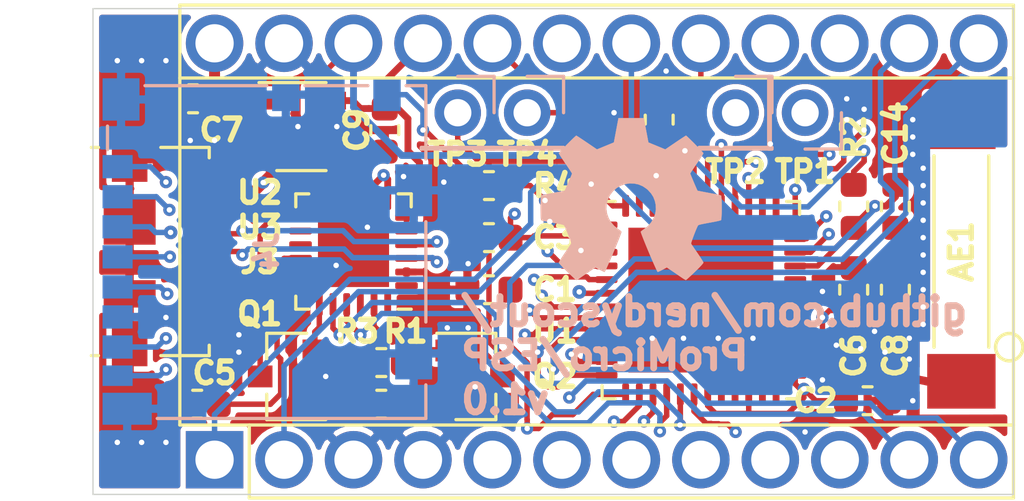
<source format=kicad_pcb>
(kicad_pcb (version 20171130) (host pcbnew 5.1.9)
  (title_block (title ESP) (date 2021-04-20) (rev v1.1) (company nerdyscout))
  (layers (0 F.Cu mixed) (1 In1.Cu signal) (2 In2.Cu signal) (31 B.Cu mixed) (34 B.Paste user hide) (35 F.Paste user hide) (36 B.SilkS user) (37 F.SilkS user) (38 B.Mask user hide) (39 F.Mask user hide) (44 Edge.Cuts user))
  (net 0 "")
  (net 1 GND)
  (net 2 +3V3)
  (net 3 TCK)
  (net 4 TMS)
  (net 5 TDO)
  (net 6 TDI)
  (net 7 SCK)
  (net 8 CS0)
  (net 9 ~RST)
  (net 10 INT)
  (net 11 BTN)
  (net 12 PWM)
  (net 13 STAT)
  (net 14 SCL)
  (net 15 SDA)
  (net 16 TXD)
  (net 17 RXD)
  (net 18 CS1)
  (net 19 D8)
  (net 20 CIPO)
  (net 21 COPI)
  (net 22 TXD2)
  (net 23 RXD2)
  (net 24 /DTR)
  (net 25 /RTS)
  (net 26 "Net-(Q1-Pad1)")
  (net 27 /GPIO0)
  (net 28 "Net-(Q2-Pad1)")
  (net 29 /VDDSDIO)
  (net 30 "Net-(TP1-Pad1)")
  (net 31 "Net-(TP2-Pad1)")
  (net 32 /GPIO2)
  (net 33 /D1)
  (net 34 /D0)
  (net 35 /CLK)
  (net 36 /D3)
  (net 37 /D2)
  (net 38 +5V)
  (net 39 "Net-(C5-Pad1)")
  (net 40 "Net-(J4-Pad10)")
  (net 41 /D+)
  (net 42 /D-)
  (net 43 "Net-(AE1-Pad1)")
  (net 44 "Net-(J3-Pad4)")
  (net 45 /CMD)
  (net 46 "Net-(U1-Pad48)")
  (net 47 "Net-(U1-Pad47)")
  (net 48 "Net-(U1-Pad45)")
  (net 49 "Net-(U1-Pad44)")
  (net 50 "Net-(U1-Pad8)")
  (net 51 "Net-(U1-Pad7)")
  (net 52 "Net-(U1-Pad6)")
  (net 53 "Net-(U1-Pad5)")
  (net 54 "Net-(U2-Pad4)")
  (net 55 "Net-(U3-Pad24)")
  (net 56 "Net-(U3-Pad22)")
  (net 57 "Net-(U3-Pad18)")
  (net 58 "Net-(U3-Pad17)")
  (net 59 "Net-(U3-Pad15)")
  (net 60 "Net-(U3-Pad14)")
  (net 61 "Net-(U3-Pad13)")
  (net 62 "Net-(U3-Pad12)")
  (net 63 "Net-(U3-Pad11)")
  (net 64 "Net-(U3-Pad1)")
  (net 65 "Net-(U3-Pad10)")
  (net 66 "Net-(U3-Pad9)")
  (module lib:SMD_ANT9520 (layer F.Cu) (at 151.765 87.63 90)
    (fp_text reference AE1 (at 0 0 90) (layer F.SilkS) (effects (font (size 0.8 0.8) (thickness 0.2))))
    (fp_text value Antenna_Chip)
    (pad 1 smd rect (at -4.75 0 90) (size 2 2.5) (layers F.Cu F.Paste F.Mask) (net 43 "Net-(AE1-Pad1)"))
    (pad 2 smd rect (at 4.75 0 90) (size 2 2.5) (layers F.Cu F.Paste F.Mask) (net 1 GND))
  )
  (module Resistor_SMD:R_0603_1608Metric (layer F.Cu) (at 134.493 85.217 180)
    (fp_text reference R4 (at -2.413 0) (layer F.SilkS) (effects (font (size 0.8 0.8) (thickness 0.2))))
    (fp_text value 10k)
    (pad 1 smd roundrect (at -0.7875 0 180) (size 0.875 0.95) (layers F.Cu F.Paste F.Mask) (net 11 BTN))
    (pad 2 smd roundrect (at 0.7875 0 180) (size 0.875 0.95) (layers F.Cu F.Paste F.Mask) (net 40 "Net-(J4-Pad10)"))
  )
  (module Resistor_SMD:R_0603_1608Metric (layer F.Cu) (at 130.556 91.694 180)
    (fp_text reference R3 (at 0.889 1.143) (layer F.SilkS) (effects (font (size 0.8 0.8) (thickness 0.2))))
    (fp_text value 10k)
    (pad 2 smd roundrect (at 0.7875 0 180) (size 0.875 0.95) (layers F.Cu F.Paste F.Mask) (net 25 /RTS))
    (pad 1 smd roundrect (at -0.7875 0 180) (size 0.875 0.95) (layers F.Cu F.Paste F.Mask) (net 28 "Net-(Q2-Pad1)"))
  )
  (module Resistor_SMD:R_0603_1608Metric (layer F.Cu) (at 147.828 85.979 270)
    (fp_text reference R2 (at -2.54 0 90) (layer F.SilkS) (effects (font (size 0.8 0.8) (thickness 0.2))))
    (fp_text value 10k)
    (pad 2 smd roundrect (at 0.7875 0 270) (size 0.875 0.95) (layers F.Cu F.Paste F.Mask) (net 9 ~RST))
    (pad 1 smd roundrect (at -0.7875 0 270) (size 0.875 0.95) (layers F.Cu F.Paste F.Mask) (net 2 +3V3))
  )
  (module Resistor_SMD:R_0603_1608Metric (layer F.Cu) (at 130.556 93.218)
    (fp_text reference R1 (at 0.889 -2.667) (layer F.SilkS) (effects (font (size 0.8 0.8) (thickness 0.2))))
    (fp_text value 10k)
    (pad 2 smd roundrect (at 0.7875 0) (size 0.875 0.95) (layers F.Cu F.Paste F.Mask) (net 24 /DTR))
    (pad 1 smd roundrect (at -0.7875 0) (size 0.875 0.95) (layers F.Cu F.Paste F.Mask) (net 26 "Net-(Q1-Pad1)"))
  )
  (module Capacitor_SMD:C_0603_1608Metric (layer F.Cu) (at 149.352 85.979 270)
    (fp_text reference C14 (at -2.667 0 90) (layer F.SilkS) (effects (font (size 0.8 0.8) (thickness 0.2))))
    (fp_text value 1µ)
    (pad 2 smd roundrect (at 0.7875 0 270) (size 0.875 0.95) (layers F.Cu F.Paste F.Mask) (net 1 GND))
    (pad 1 smd roundrect (at -0.7875 0 270) (size 0.875 0.95) (layers F.Cu F.Paste F.Mask) (net 9 ~RST))
  )
  (module Capacitor_SMD:C_0603_1608Metric (layer F.Cu) (at 130.683 83.185 270)
    (fp_text reference C9 (at 0 1.016 90) (layer F.SilkS) (effects (font (size 0.8 0.8) (thickness 0.2))))
    (fp_text value 0.1n)
    (pad 2 smd roundrect (at 0.7875 0 270) (size 0.875 0.95) (layers F.Cu F.Paste F.Mask) (net 1 GND))
    (pad 1 smd roundrect (at -0.7875 0 270) (size 0.875 0.95) (layers F.Cu F.Paste F.Mask) (net 2 +3V3))
  )
  (module Capacitor_SMD:C_0603_1608Metric (layer F.Cu) (at 149.352 89.027 90)
    (fp_text reference C8 (at -2.413 0 90) (layer F.SilkS) (effects (font (size 0.8 0.8) (thickness 0.2))))
    (fp_text value 10n)
    (pad 2 smd roundrect (at 0.7875 0 90) (size 0.875 0.95) (layers F.Cu F.Paste F.Mask) (net 1 GND))
    (pad 1 smd roundrect (at -0.7875 0 90) (size 0.875 0.95) (layers F.Cu F.Paste F.Mask) (net 2 +3V3))
  )
  (module Capacitor_SMD:C_0603_1608Metric (layer F.Cu) (at 123.6725 82.042 180)
    (fp_text reference C7 (at -1.0415 -1.143) (layer F.SilkS) (effects (font (size 0.8 0.8) (thickness 0.2))))
    (fp_text value 1µ)
    (pad 2 smd roundrect (at 0.7875 0 180) (size 0.875 0.95) (layers F.Cu F.Paste F.Mask) (net 1 GND))
    (pad 1 smd roundrect (at -0.7875 0 180) (size 0.875 0.95) (layers F.Cu F.Paste F.Mask) (net 38 +5V))
  )
  (module Capacitor_SMD:C_0603_1608Metric (layer F.Cu) (at 147.828 89.027 90)
    (fp_text reference C6 (at -2.413 0 90) (layer F.SilkS) (effects (font (size 0.8 0.8) (thickness 0.2))))
    (fp_text value 100n)
    (pad 2 smd roundrect (at 0.7875 0 90) (size 0.875 0.95) (layers F.Cu F.Paste F.Mask) (net 1 GND))
    (pad 1 smd roundrect (at -0.7875 0 90) (size 0.875 0.95) (layers F.Cu F.Paste F.Mask) (net 2 +3V3))
  )
  (module Capacitor_SMD:C_0603_1608Metric (layer F.Cu) (at 123.825 93.218 180)
    (fp_text reference C5 (at -0.635 1.143) (layer F.SilkS) (effects (font (size 0.8 0.8) (thickness 0.2))))
    (fp_text value DNP)
    (pad 2 smd roundrect (at 0.7875 0 180) (size 0.875 0.95) (layers F.Cu F.Paste F.Mask) (net 1 GND))
    (pad 1 smd roundrect (at -0.7875 0 180) (size 0.875 0.95) (layers F.Cu F.Paste F.Mask) (net 39 "Net-(C5-Pad1)"))
  )
  (module Capacitor_SMD:C_0603_1608Metric (layer F.Cu) (at 140.716 82.804 90)
    (fp_text reference C4 (at -1.905 0 180) (layer F.SilkS) (effects (font (size 0.8 0.8) (thickness 0.2))))
    (fp_text value 100n)
    (pad 2 smd roundrect (at 0.7875 0 90) (size 0.875 0.95) (layers F.Cu F.Paste F.Mask) (net 1 GND))
    (pad 1 smd roundrect (at -0.7875 0 90) (size 0.875 0.95) (layers F.Cu F.Paste F.Mask) (net 2 +3V3))
  )
  (module Capacitor_SMD:C_0603_1608Metric (layer F.Cu) (at 134.493 87.122 180)
    (fp_text reference C3 (at -2.413 0) (layer F.SilkS) (effects (font (size 0.8 0.8) (thickness 0.2))))
    (fp_text value 0.1n)
    (pad 1 smd roundrect (at -0.7875 0 180) (size 0.875 0.95) (layers F.Cu F.Paste F.Mask) (net 29 /VDDSDIO))
    (pad 2 smd roundrect (at 0.7875 0 180) (size 0.875 0.95) (layers F.Cu F.Paste F.Mask) (net 1 GND))
  )
  (module Capacitor_SMD:C_0603_1608Metric (layer F.Cu) (at 148.336 93.091)
    (fp_text reference C2 (at -1.905 0 180) (layer F.SilkS) (effects (font (size 0.8 0.8) (thickness 0.2))))
    (fp_text value 1µ)
    (pad 2 smd roundrect (at 0.7875 0) (size 0.875 0.95) (layers F.Cu F.Paste F.Mask) (net 1 GND))
    (pad 1 smd roundrect (at -0.7875 0) (size 0.875 0.95) (layers F.Cu F.Paste F.Mask) (net 2 +3V3))
  )
  (module Capacitor_SMD:C_0603_1608Metric (layer F.Cu) (at 134.493 89.027 180)
    (fp_text reference C1 (at -2.413 0) (layer F.SilkS) (effects (font (size 0.8 0.8) (thickness 0.2))))
    (fp_text value 1µ)
    (pad 1 smd roundrect (at -0.7875 0 180) (size 0.875 0.95) (layers F.Cu F.Paste F.Mask) (net 2 +3V3))
    (pad 2 smd roundrect (at 0.7875 0 180) (size 0.875 0.95) (layers F.Cu F.Paste F.Mask) (net 1 GND))
  )
  (module Connector_PinHeader_2.54mm:PinHeader_1x01_P2.54mm_Vertical (layer B.Cu) (at 135.89 82.55 180)
    (fp_text reference TP4 (at 0 -1.524 180) (layer F.SilkS) (effects (font (size 0.8 0.8) (thickness 0.2))))
    (fp_text value GPIO2)
    (pad 1 thru_hole circle (at 0 0 180) (size 1.7 1.7) (drill 1) (layers *.Cu *.Mask) (net 32 /GPIO2))
  )
  (module Connector_PinHeader_2.54mm:PinHeader_1x01_P2.54mm_Vertical (layer B.Cu) (at 133.35 82.55 180)
    (fp_text reference TP3 (at 0 -1.524) (layer F.SilkS) (effects (font (size 0.8 0.8) (thickness 0.2))))
    (fp_text value GPIO0)
    (pad 1 thru_hole circle (at 0 0 180) (size 1.7 1.7) (drill 1) (layers *.Cu *.Mask) (net 27 /GPIO0))
  )
  (module Connector_PinHeader_2.54mm:PinHeader_1x01_P2.54mm_Vertical (layer B.Cu) (at 143.51 82.55 180)
    (fp_text reference TP2 (at 0 -2.159) (layer F.SilkS) (effects (font (size 0.8 0.8) (thickness 0.2))))
    (fp_text value GPIO22)
    (pad 1 thru_hole circle (at 0 0 180) (size 1.7 1.7) (drill 1) (layers *.Cu *.Mask) (net 31 "Net-(TP2-Pad1)"))
  )
  (module Connector_PinHeader_2.54mm:PinHeader_1x01_P2.54mm_Vertical (layer B.Cu) (at 146.05 82.55 90)
    (fp_text reference TP1 (at -2.159 0) (layer F.SilkS) (effects (font (size 0.8 0.8) (thickness 0.2))))
    (fp_text value GPIO21)
    (pad 1 thru_hole circle (at 0 0 90) (size 1.7 1.7) (drill 1) (layers *.Cu *.Mask) (net 30 "Net-(TP1-Pad1)"))
  )
  (module Connector_USB:USB_Micro-B_Molex_47346-0001 (layer F.Cu) (at 122.555 87.63 270)
    (fp_text reference J3 (at 0.381 -3.556) (layer F.SilkS) (effects (font (size 0.8 0.8) (thickness 0.2))))
    (fp_text value USB_B_Micro)
    (pad 6 smd rect (at 1.55 1.2 270) (size 1 1.9) (layers F.Cu F.Paste F.Mask) (net 1 GND))
    (pad 6 smd rect (at -1.15 1.2 270) (size 1.8 1.9) (layers F.Cu F.Paste F.Mask) (net 1 GND))
    (pad 6 smd rect (at 3.375 1.2 270) (size 1.65 1.3) (layers F.Cu F.Paste F.Mask) (net 1 GND))
    (pad 6 smd rect (at -3.375 1.2 270) (size 1.65 1.3) (layers F.Cu F.Paste F.Mask) (net 1 GND))
    (pad 6 smd rect (at 2.4875 -1.375 270) (size 1.425 1.55) (layers F.Cu F.Paste F.Mask) (net 1 GND))
    (pad 6 smd rect (at -2.4875 -1.375 270) (size 1.425 1.55) (layers F.Cu F.Paste F.Mask) (net 1 GND))
    (pad 5 smd rect (at 1.3 -1.46 270) (size 0.45 1.38) (layers F.Cu F.Paste F.Mask) (net 1 GND))
    (pad 4 smd rect (at 0.65 -1.46 270) (size 0.45 1.38) (layers F.Cu F.Paste F.Mask) (net 44 "Net-(J3-Pad4)"))
    (pad 3 smd rect (at 0 -1.46 270) (size 0.45 1.38) (layers F.Cu F.Paste F.Mask) (net 41 /D+))
    (pad 2 smd rect (at -0.65 -1.46 270) (size 0.45 1.38) (layers F.Cu F.Paste F.Mask) (net 42 /D-))
    (pad 1 smd rect (at -1.3 -1.46 270) (size 0.45 1.38) (layers F.Cu F.Paste F.Mask) (net 38 +5V))
  )
  (module Package_TO_SOT_SMD:SOT-23-5 (layer F.Cu) (at 127.635 83.058)
    (fp_text reference U2 (at -1.524 2.413 180) (layer F.SilkS) (effects (font (size 0.8 0.8) (thickness 0.2))))
    (fp_text value AP2112K-3.3)
    (pad 5 smd rect (at 1.1 -0.95) (size 1.06 0.65) (layers F.Cu F.Paste F.Mask) (net 2 +3V3))
    (pad 4 smd rect (at 1.1 0.95) (size 1.06 0.65) (layers F.Cu F.Paste F.Mask) (net 54 "Net-(U2-Pad4)"))
    (pad 3 smd rect (at -1.1 0.95) (size 1.06 0.65) (layers F.Cu F.Paste F.Mask) (net 38 +5V))
    (pad 2 smd rect (at -1.1 0) (size 1.06 0.65) (layers F.Cu F.Paste F.Mask) (net 1 GND))
    (pad 1 smd rect (at -1.1 -0.95) (size 1.06 0.65) (layers F.Cu F.Paste F.Mask) (net 38 +5V))
  )
  (module Package_TO_SOT_SMD:SOT-23 (layer F.Cu) (at 133.985 92.202)
    (fp_text reference Q2 (at 2.921 0 180) (layer F.SilkS) (effects (font (size 0.8 0.8) (thickness 0.2))))
    (fp_text value mmbt2222)
    (pad 3 smd rect (at 1 0) (size 0.9 0.8) (layers F.Cu F.Paste F.Mask) (net 27 /GPIO0))
    (pad 2 smd rect (at -1 0.95) (size 0.9 0.8) (layers F.Cu F.Paste F.Mask) (net 24 /DTR))
    (pad 1 smd rect (at -1 -0.95) (size 0.9 0.8) (layers F.Cu F.Paste F.Mask) (net 28 "Net-(Q2-Pad1)"))
  )
  (module Package_TO_SOT_SMD:SOT-23 (layer F.Cu) (at 127.127 92.202 180)
    (fp_text reference Q1 (at 1.016 2.286 180) (layer F.SilkS) (effects (font (size 0.8 0.8) (thickness 0.2))))
    (fp_text value mmbt2222)
    (pad 3 smd rect (at 1 0 180) (size 0.9 0.8) (layers F.Cu F.Paste F.Mask) (net 9 ~RST))
    (pad 2 smd rect (at -1 0.95 180) (size 0.9 0.8) (layers F.Cu F.Paste F.Mask) (net 25 /RTS))
    (pad 1 smd rect (at -1 -0.95 180) (size 0.9 0.8) (layers F.Cu F.Paste F.Mask) (net 26 "Net-(Q1-Pad1)"))
  )
  (module Connector_Card:microSD_HC_Molex_104031-0811 (layer B.Cu) (at 126.365 87.63 270)
    (fp_text reference J4 (at 0 0 270) (layer B.SilkS) (effects (font (size 0.8 0.8) (thickness 0.2)) (justify mirror)))
    (fp_text value Micro_SD_Card_Det)
    (pad 1 smd rect (at -3.105 5.45 270) (size 0.85 1.1) (layers B.Cu B.Paste B.Mask) (net 37 /D2))
    (pad 8 smd rect (at 4.545 5.45 270) (size 0.75 1.1) (layers B.Cu B.Paste B.Mask) (net 33 /D1))
    (pad 2 smd rect (at -2.005 5.45 270) (size 0.85 1.1) (layers B.Cu B.Paste B.Mask) (net 36 /D3))
    (pad 3 smd rect (at -0.905 5.45 270) (size 0.85 1.1) (layers B.Cu B.Paste B.Mask) (net 45 /CMD))
    (pad 4 smd rect (at 0.195 5.45 270) (size 0.85 1.1) (layers B.Cu B.Paste B.Mask) (net 29 /VDDSDIO))
    (pad 5 smd rect (at 1.295 5.45 270) (size 0.85 1.1) (layers B.Cu B.Paste B.Mask) (net 35 /CLK))
    (pad 6 smd rect (at 2.395 5.45 270) (size 0.85 1.1) (layers B.Cu B.Paste B.Mask) (net 1 GND))
    (pad 7 smd rect (at 3.495 5.45 270) (size 0.85 1.1) (layers B.Cu B.Paste B.Mask) (net 34 /D0))
    (pad 11 smd rect (at 5.755 5.1 270) (size 1.17 1.8) (layers B.Cu B.Paste B.Mask) (net 1 GND))
    (pad 11 smd rect (at -5.565 5.325 270) (size 1.55 1.35) (layers B.Cu B.Paste B.Mask) (net 1 GND))
    (pad 10 smd rect (at -5.74 -4.4 270) (size 1.2 1) (layers B.Cu B.Paste B.Mask) (net 40 "Net-(J4-Pad10)"))
    (pad 9 smd rect (at -5.74 -0.7 270) (size 1.2 1) (layers B.Cu B.Paste B.Mask) (net 1 GND))
    (pad 11 smd rect (at -2.24 -5.375 270) (size 1.9 1.35) (layers B.Cu B.Paste B.Mask) (net 1 GND))
    (pad 11 smd rect (at 3.73 -5.375 270) (size 1.9 1.35) (layers B.Cu B.Paste B.Mask) (net 1 GND))
  )
  (module Package_DFN_QFN:QFN-24-1EP_4x4mm_P0.5mm_EP2.6x2.6mm (layer F.Cu) (at 129.54 87.63 180)
    (fp_text reference U3 (at 3.429 0.889) (layer F.SilkS) (effects (font (size 0.8 0.8) (thickness 0.2))))
    (fp_text value CP2104)
    (pad 25 smd rect (at 0 0 180) (size 2.6 2.6) (layers F.Cu F.Mask) (net 1 GND))
    (pad 24 smd roundrect (at -1.25 -1.9375 180) (size 0.25 0.825) (layers F.Cu F.Paste F.Mask) (net 55 "Net-(U3-Pad24)"))
    (pad 23 smd roundrect (at -0.75 -1.9375 180) (size 0.25 0.825) (layers F.Cu F.Paste F.Mask) (net 24 /DTR))
    (pad 22 smd roundrect (at -0.25 -1.9375 180) (size 0.25 0.825) (layers F.Cu F.Paste F.Mask) (net 56 "Net-(U3-Pad22)"))
    (pad 21 smd roundrect (at 0.25 -1.9375 180) (size 0.25 0.825) (layers F.Cu F.Paste F.Mask) (net 17 RXD))
    (pad 20 smd roundrect (at 0.75 -1.9375 180) (size 0.25 0.825) (layers F.Cu F.Paste F.Mask) (net 16 TXD))
    (pad 19 smd roundrect (at 1.25 -1.9375 180) (size 0.25 0.825) (layers F.Cu F.Paste F.Mask) (net 25 /RTS))
    (pad 18 smd roundrect (at 1.9375 -1.25 180) (size 0.825 0.25) (layers F.Cu F.Paste F.Mask) (net 57 "Net-(U3-Pad18)"))
    (pad 17 smd roundrect (at 1.9375 -0.75 180) (size 0.825 0.25) (layers F.Cu F.Paste F.Mask) (net 58 "Net-(U3-Pad17)"))
    (pad 16 smd roundrect (at 1.9375 -0.25 180) (size 0.825 0.25) (layers F.Cu F.Paste F.Mask) (net 39 "Net-(C5-Pad1)"))
    (pad 15 smd roundrect (at 1.9375 0.25 180) (size 0.825 0.25) (layers F.Cu F.Paste F.Mask) (net 59 "Net-(U3-Pad15)"))
    (pad 14 smd roundrect (at 1.9375 0.75 180) (size 0.825 0.25) (layers F.Cu F.Paste F.Mask) (net 60 "Net-(U3-Pad14)"))
    (pad 13 smd roundrect (at 1.9375 1.25 180) (size 0.825 0.25) (layers F.Cu F.Paste F.Mask) (net 61 "Net-(U3-Pad13)"))
    (pad 12 smd roundrect (at 1.25 1.9375 180) (size 0.25 0.825) (layers F.Cu F.Paste F.Mask) (net 62 "Net-(U3-Pad12)"))
    (pad 11 smd roundrect (at 0.75 1.9375 180) (size 0.25 0.825) (layers F.Cu F.Paste F.Mask) (net 63 "Net-(U3-Pad11)"))
    (pad 10 smd roundrect (at 0.25 1.9375 180) (size 0.25 0.825) (layers F.Cu F.Paste F.Mask) (net 65 "Net-(U3-Pad10)"))
    (pad 9 smd roundrect (at -0.25 1.9375 180) (size 0.25 0.825) (layers F.Cu F.Paste F.Mask) (net 66 "Net-(U3-Pad9)"))
    (pad 8 smd roundrect (at -0.75 1.9375 180) (size 0.25 0.825) (layers F.Cu F.Paste F.Mask) (net 38 +5V))
    (pad 7 smd roundrect (at -1.25 1.9375 180) (size 0.25 0.825) (layers F.Cu F.Paste F.Mask) (net 38 +5V))
    (pad 6 smd roundrect (at -1.9375 1.25 180) (size 0.825 0.25) (layers F.Cu F.Paste F.Mask) (net 2 +3V3))
    (pad 5 smd roundrect (at -1.9375 0.75 180) (size 0.825 0.25) (layers F.Cu F.Paste F.Mask) (net 2 +3V3))
    (pad 4 smd roundrect (at -1.9375 0.25 180) (size 0.825 0.25) (layers F.Cu F.Paste F.Mask) (net 42 /D-))
    (pad 3 smd roundrect (at -1.9375 -0.25 180) (size 0.825 0.25) (layers F.Cu F.Paste F.Mask) (net 41 /D+))
    (pad 2 smd roundrect (at -1.9375 -0.75 180) (size 0.825 0.25) (layers F.Cu F.Paste F.Mask) (net 1 GND))
    (pad 1 smd roundrect (at -1.9375 -1.25 180) (size 0.825 0.25) (layers F.Cu F.Paste F.Mask) (net 64 "Net-(U3-Pad1)"))
  )
  (module lib:ProMicro (layer F.Cu) (at 124.46 95.25 90)
    (fp_text reference A1 hide)
    (fp_text value Sparkfun_Pro_Micro)
    (pad 24 thru_hole circle (at 15.24 0 90) (size 2.1 2.1) (drill 1.4) (layers *.Cu *.Mask) (net 38 +5V))
    (pad 23 thru_hole circle (at 15.24 2.54 90) (size 2.1 2.1) (drill 1.4) (layers *.Cu *.Mask) (net 1 GND))
    (pad 22 thru_hole circle (at 15.24 5.08 90) (size 2.1 2.1) (drill 1.4) (layers *.Cu *.Mask) (net 9 ~RST))
    (pad 12 thru_hole circle (at 0 27.94 90) (size 2.1 2.1) (drill 1.4) (layers *.Cu *.Mask) (net 18 CS1))
    (pad 21 thru_hole circle (at 15.24 7.62 90) (size 2.1 2.1) (drill 1.4) (layers *.Cu *.Mask) (net 2 +3V3))
    (pad 11 thru_hole circle (at 0 25.4 90) (size 2.1 2.1) (drill 1.4) (layers *.Cu *.Mask) (net 19 D8))
    (pad 20 thru_hole circle (at 15.24 10.16 90) (size 2.1 2.1) (drill 1.4) (layers *.Cu *.Mask) (net 3 TCK))
    (pad 10 thru_hole circle (at 0 22.86 90) (size 2.1 2.1) (drill 1.4) (layers *.Cu *.Mask) (net 10 INT))
    (pad 19 thru_hole circle (at 15.24 12.7 90) (size 2.1 2.1) (drill 1.4) (layers *.Cu *.Mask) (net 4 TMS))
    (pad 9 thru_hole circle (at 0 20.32 90) (size 2.1 2.1) (drill 1.4) (layers *.Cu *.Mask) (net 11 BTN))
    (pad 18 thru_hole circle (at 15.24 15.24 90) (size 2.1 2.1) (drill 1.4) (layers *.Cu *.Mask) (net 5 TDO))
    (pad 8 thru_hole circle (at 0 17.78 90) (size 2.1 2.1) (drill 1.4) (layers *.Cu *.Mask) (net 12 PWM))
    (pad 17 thru_hole circle (at 15.24 17.78 90) (size 2.1 2.1) (drill 1.4) (layers *.Cu *.Mask) (net 6 TDI))
    (pad 7 thru_hole circle (at 0 15.24 90) (size 2.1 2.1) (drill 1.4) (layers *.Cu *.Mask) (net 13 STAT))
    (pad 16 thru_hole circle (at 15.24 20.32 90) (size 2.1 2.1) (drill 1.4) (layers *.Cu *.Mask) (net 7 SCK))
    (pad 6 thru_hole circle (at 0 12.7 90) (size 2.1 2.1) (drill 1.4) (layers *.Cu *.Mask) (net 14 SCL))
    (pad 15 thru_hole circle (at 15.24 22.86 90) (size 2.1 2.1) (drill 1.4) (layers *.Cu *.Mask) (net 20 CIPO))
    (pad 5 thru_hole circle (at 0 10.16 90) (size 2.1 2.1) (drill 1.4) (layers *.Cu *.Mask) (net 15 SDA))
    (pad 14 thru_hole circle (at 15.24 25.4 90) (size 2.1 2.1) (drill 1.4) (layers *.Cu *.Mask) (net 21 COPI))
    (pad 4 thru_hole circle (at 0 7.62 90) (size 2.1 2.1) (drill 1.4) (layers *.Cu *.Mask) (net 1 GND))
    (pad 13 thru_hole circle (at 15.24 27.94 90) (size 2.1 2.1) (drill 1.4) (layers *.Cu *.Mask) (net 8 CS0))
    (pad 3 thru_hole circle (at 0 5.08 90) (size 2.1 2.1) (drill 1.4) (layers *.Cu *.Mask) (net 1 GND))
    (pad 2 thru_hole circle (at 0 2.54 90) (size 2.1 2.1) (drill 1.4) (layers *.Cu *.Mask) (net 23 RXD2))
    (pad 1 thru_hole rect (at 0 0 90) (size 2.1 2.1) (drill 1.4) (layers *.Cu *.Mask) (net 22 TXD2))
  )
  (module Package_DFN_QFN:QFN-48-1EP_7x7mm_P0.5mm_EP5.3x5.3mm (layer F.Cu) (at 142.24 89.408 180)
    (fp_text reference U1 (at 5.334 -1.143 180) (layer F.SilkS) (effects (font (size 0.8 0.8) (thickness 0.2))))
    (fp_text value ESP32-PICO-D4)
    (pad 49 smd rect (at 0 0 180) (size 5.3 5.3) (layers F.Cu F.Mask) (net 1 GND))
    (pad 48 smd roundrect (at -2.75 -3.45 180) (size 0.25 0.8) (layers F.Cu F.Paste F.Mask) (net 46 "Net-(U1-Pad48)"))
    (pad 47 smd roundrect (at -2.25 -3.45 180) (size 0.25 0.8) (layers F.Cu F.Paste F.Mask) (net 47 "Net-(U1-Pad47)"))
    (pad 46 smd roundrect (at -1.75 -3.45 180) (size 0.25 0.8) (layers F.Cu F.Paste F.Mask) (net 2 +3V3))
    (pad 45 smd roundrect (at -1.25 -3.45 180) (size 0.25 0.8) (layers F.Cu F.Paste F.Mask) (net 48 "Net-(U1-Pad45)"))
    (pad 44 smd roundrect (at -0.75 -3.45 180) (size 0.25 0.8) (layers F.Cu F.Paste F.Mask) (net 49 "Net-(U1-Pad44)"))
    (pad 43 smd roundrect (at -0.25 -3.45 180) (size 0.25 0.8) (layers F.Cu F.Paste F.Mask) (net 2 +3V3))
    (pad 42 smd roundrect (at 0.25 -3.45 180) (size 0.25 0.8) (layers F.Cu F.Paste F.Mask) (net 30 "Net-(TP1-Pad1)"))
    (pad 41 smd roundrect (at 0.75 -3.45 180) (size 0.25 0.8) (layers F.Cu F.Paste F.Mask) (net 16 TXD))
    (pad 40 smd roundrect (at 1.25 -3.45 180) (size 0.25 0.8) (layers F.Cu F.Paste F.Mask) (net 17 RXD))
    (pad 39 smd roundrect (at 1.75 -3.45 180) (size 0.25 0.8) (layers F.Cu F.Paste F.Mask) (net 31 "Net-(TP2-Pad1)"))
    (pad 38 smd roundrect (at 2.25 -3.45 180) (size 0.25 0.8) (layers F.Cu F.Paste F.Mask) (net 20 CIPO))
    (pad 37 smd roundrect (at 2.75 -3.45 180) (size 0.25 0.8) (layers F.Cu F.Paste F.Mask) (net 2 +3V3))
    (pad 36 smd roundrect (at 3.45 -2.75 180) (size 0.8 0.25) (layers F.Cu F.Paste F.Mask) (net 21 COPI))
    (pad 35 smd roundrect (at 3.45 -2.25 180) (size 0.8 0.25) (layers F.Cu F.Paste F.Mask) (net 7 SCK))
    (pad 34 smd roundrect (at 3.45 -1.75 180) (size 0.8 0.25) (layers F.Cu F.Paste F.Mask) (net 8 CS0))
    (pad 33 smd roundrect (at 3.45 -1.25 180) (size 0.8 0.25) (layers F.Cu F.Paste F.Mask) (net 33 /D1))
    (pad 32 smd roundrect (at 3.45 -0.75 180) (size 0.8 0.25) (layers F.Cu F.Paste F.Mask) (net 34 /D0))
    (pad 31 smd roundrect (at 3.45 -0.25 180) (size 0.8 0.25) (layers F.Cu F.Paste F.Mask) (net 35 /CLK))
    (pad 30 smd roundrect (at 3.45 0.25 180) (size 0.8 0.25) (layers F.Cu F.Paste F.Mask) (net 45 /CMD))
    (pad 29 smd roundrect (at 3.45 0.75 180) (size 0.8 0.25) (layers F.Cu F.Paste F.Mask) (net 36 /D3))
    (pad 28 smd roundrect (at 3.45 1.25 180) (size 0.8 0.25) (layers F.Cu F.Paste F.Mask) (net 37 /D2))
    (pad 27 smd roundrect (at 3.45 1.75 180) (size 0.8 0.25) (layers F.Cu F.Paste F.Mask) (net 22 TXD2))
    (pad 26 smd roundrect (at 3.45 2.25 180) (size 0.8 0.25) (layers F.Cu F.Paste F.Mask) (net 29 /VDDSDIO))
    (pad 25 smd roundrect (at 3.45 2.75 180) (size 0.8 0.25) (layers F.Cu F.Paste F.Mask) (net 23 RXD2))
    (pad 24 smd roundrect (at 2.75 3.45 180) (size 0.25 0.8) (layers F.Cu F.Paste F.Mask) (net 18 CS1))
    (pad 23 smd roundrect (at 2.25 3.45 180) (size 0.25 0.8) (layers F.Cu F.Paste F.Mask) (net 27 /GPIO0))
    (pad 22 smd roundrect (at 1.75 3.45 180) (size 0.25 0.8) (layers F.Cu F.Paste F.Mask) (net 32 /GPIO2))
    (pad 21 smd roundrect (at 1.25 3.45 180) (size 0.25 0.8) (layers F.Cu F.Paste F.Mask) (net 5 TDO))
    (pad 20 smd roundrect (at 0.75 3.45 180) (size 0.25 0.8) (layers F.Cu F.Paste F.Mask) (net 3 TCK))
    (pad 19 smd roundrect (at 0.25 3.45 180) (size 0.25 0.8) (layers F.Cu F.Paste F.Mask) (net 2 +3V3))
    (pad 18 smd roundrect (at -0.25 3.45 180) (size 0.25 0.8) (layers F.Cu F.Paste F.Mask) (net 6 TDI))
    (pad 17 smd roundrect (at -0.75 3.45 180) (size 0.25 0.8) (layers F.Cu F.Paste F.Mask) (net 4 TMS))
    (pad 16 smd roundrect (at -1.25 3.45 180) (size 0.25 0.8) (layers F.Cu F.Paste F.Mask) (net 19 D8))
    (pad 15 smd roundrect (at -1.75 3.45 180) (size 0.25 0.8) (layers F.Cu F.Paste F.Mask) (net 13 STAT))
    (pad 14 smd roundrect (at -2.25 3.45 180) (size 0.25 0.8) (layers F.Cu F.Paste F.Mask) (net 11 BTN))
    (pad 13 smd roundrect (at -2.75 3.45 180) (size 0.25 0.8) (layers F.Cu F.Paste F.Mask) (net 10 INT))
    (pad 12 smd roundrect (at -3.45 2.75 180) (size 0.8 0.25) (layers F.Cu F.Paste F.Mask) (net 12 PWM))
    (pad 11 smd roundrect (at -3.45 2.25 180) (size 0.8 0.25) (layers F.Cu F.Paste F.Mask) (net 15 SDA))
    (pad 10 smd roundrect (at -3.45 1.75 180) (size 0.8 0.25) (layers F.Cu F.Paste F.Mask) (net 14 SCL))
    (pad 9 smd roundrect (at -3.45 1.25 180) (size 0.8 0.25) (layers F.Cu F.Paste F.Mask) (net 9 ~RST))
    (pad 8 smd roundrect (at -3.45 0.75 180) (size 0.8 0.25) (layers F.Cu F.Paste F.Mask) (net 50 "Net-(U1-Pad8)"))
    (pad 7 smd roundrect (at -3.45 0.25 180) (size 0.8 0.25) (layers F.Cu F.Paste F.Mask) (net 51 "Net-(U1-Pad7)"))
    (pad 6 smd roundrect (at -3.45 -0.25 180) (size 0.8 0.25) (layers F.Cu F.Paste F.Mask) (net 52 "Net-(U1-Pad6)"))
    (pad 5 smd roundrect (at -3.45 -0.75 180) (size 0.8 0.25) (layers F.Cu F.Paste F.Mask) (net 53 "Net-(U1-Pad5)"))
    (pad 4 smd roundrect (at -3.45 -1.25 180) (size 0.8 0.25) (layers F.Cu F.Paste F.Mask) (net 2 +3V3))
    (pad 3 smd roundrect (at -3.45 -1.75 180) (size 0.8 0.25) (layers F.Cu F.Paste F.Mask) (net 2 +3V3))
    (pad 2 smd roundrect (at -3.45 -2.25 180) (size 0.8 0.25) (layers F.Cu F.Paste F.Mask) (net 43 "Net-(AE1-Pad1)"))
    (pad 1 smd roundrect (at -3.45 -2.75 180) (size 0.8 0.25) (layers F.Cu F.Paste F.Mask) (net 2 +3V3))
  )
  (module Symbol:OSHW-Symbol_6.7x6mm_SilkScreen (layer B.Cu) (at 139.7 85.725 180)
    (fp_text reference LOGO1 hide)
    (fp_text value Logo_Open_Hardware_Small hide)
  )
  (gr_text "github.com/nerdyscout/\nProMicro/ESP\nv1.0" (at 133.35 91.44) (layer B.SilkS) (effects (font (size 1 1) (thickness 0.25)) (justify right mirror)))
  (gr_line (start 120.015 78.74) (end 120.015 96.52) (layer Edge.Cuts) (width 0.05))
  (gr_line (start 153.67 78.74) (end 120.015 78.74) (layer Edge.Cuts) (width 0.05))
  (gr_line (start 153.67 96.52) (end 153.67 78.74) (layer Edge.Cuts) (width 0.05))
  (gr_line (start 120.015 96.52) (end 153.67 96.52) (layer Edge.Cuts) (width 0.05))
  (via (at 142.875 90.805) (size 0.5) (drill 0.2) (layers F.Cu B.Cu) (net 1))
  (via (at 146.685 89.0905) (size 0.45) (drill 0.2) (layers F.Cu B.Cu) (net 1))
  (via (at 147.193 91.059) (size 0.45) (drill 0.2) (layers F.Cu B.Cu) (net 1))
  (via (at 148.082 91.186) (size 0.45) (drill 0.2) (layers F.Cu B.Cu) (net 1))
  (via (at 148.971 91.313) (size 0.45) (drill 0.2) (layers F.Cu B.Cu) (net 1))
  (via (at 149.86 90.805) (size 0.45) (drill 0.2) (layers F.Cu B.Cu) (net 1))
  (via (at 150.368 89.027) (size 0.45) (drill 0.2) (layers F.Cu B.Cu) (net 1))
  (via (at 150.368 89.662) (size 0.45) (drill 0.2) (layers F.Cu B.Cu) (net 1))
  (via (at 150.368 90.297) (size 0.45) (drill 0.2) (layers F.Cu B.Cu) (net 1))
  (via (at 150.368 88.392) (size 0.45) (drill 0.2) (layers F.Cu B.Cu) (net 1))
  (via (at 150.368 87.757) (size 0.45) (drill 0.2) (layers F.Cu B.Cu) (net 1))
  (via (at 150.368 87.122) (size 0.45) (drill 0.2) (layers F.Cu B.Cu) (net 1))
  (via (at 150.368 86.487) (size 0.45) (drill 0.2) (layers F.Cu B.Cu) (net 1))
  (via (at 150.368 85.852) (size 0.45) (drill 0.2) (layers F.Cu B.Cu) (net 1))
  (via (at 150.368 85.217) (size 0.45) (drill 0.2) (layers F.Cu B.Cu) (net 1))
  (via (at 150.368 84.582) (size 0.45) (drill 0.2) (layers F.Cu B.Cu) (net 1))
  (via (at 149.987 93.091) (size 0.45) (drill 0.2) (layers F.Cu B.Cu) (net 1))
  (via (at 149.987 84.074) (size 0.45) (drill 0.2) (layers F.Cu B.Cu) (net 1))
  (via (at 149.987 83.439) (size 0.45) (drill 0.2) (layers F.Cu B.Cu) (net 1))
  (via (at 149.987 82.804) (size 0.45) (drill 0.2) (layers F.Cu B.Cu) (net 1))
  (via (at 149.86 91.567) (size 0.45) (drill 0.2) (layers F.Cu B.Cu) (net 1))
  (via (at 146.05 94.234) (size 0.45) (drill 0.2) (layers F.Cu B.Cu) (net 1))
  (via (at 122.682 90.043) (size 0.45) (drill 0.2) (layers F.Cu B.Cu) (net 1))
  (via (at 120.904 94.615) (size 0.45) (drill 0.2) (layers F.Cu B.Cu) (net 1))
  (via (at 121.793 94.615) (size 0.45) (drill 0.2) (layers F.Cu B.Cu) (net 1))
  (via (at 122.682 94.615) (size 0.45) (drill 0.2) (layers F.Cu B.Cu) (net 1))
  (via (at 120.904 80.645) (size 0.45) (drill 0.2) (layers F.Cu B.Cu) (net 1))
  (via (at 121.793 80.645) (size 0.45) (drill 0.2) (layers F.Cu B.Cu) (net 1))
  (via (at 122.682 80.645) (size 0.45) (drill 0.2) (layers F.Cu B.Cu) (net 1))
  (via (at 146.685 92.329) (size 0.45) (drill 0.2) (layers F.Cu B.Cu) (net 1))
  (via (at 132.969 90.424) (size 0.45) (drill 0.2) (layers F.Cu B.Cu) (net 1))
  (via (at 141.605 90.805) (size 0.45) (drill 0.2) (layers F.Cu B.Cu) (net 1))
  (via (at 132.842 85.09) (size 0.45) (drill 0.2) (layers F.Cu B.Cu) (net 1))
  (via (at 125.349 90.678) (size 0.45) (drill 0.2) (layers F.Cu B.Cu) (net 1))
  (via (at 125.349 91.313) (size 0.45) (drill 0.2) (layers F.Cu B.Cu) (net 1))
  (via (at 124.46 83.566) (size 0.45) (drill 0.2) (layers F.Cu B.Cu) (net 1))
  (via (at 123.571 83.566) (size 0.45) (drill 0.2) (layers F.Cu B.Cu) (net 1))
  (via (at 147.574 82.804) (size 0.45) (drill 0.2) (layers F.Cu B.Cu) (net 1))
  (via (at 148.59 90.551) (size 0.45) (drill 0.2) (layers F.Cu B.Cu) (net 1))
  (via (at 133.731 90.424) (size 0.45) (drill 0.2) (layers F.Cu B.Cu) (net 1))
  (via (at 131.3688 84.8868) (size 0.45) (drill 0.2) (layers F.Cu B.Cu) (net 1))
  (via (at 147.574 82.042) (size 0.45) (drill 0.2) (layers F.Cu B.Cu) (net 1))
  (via (at 148.209 82.423) (size 0.45) (drill 0.2) (layers F.Cu B.Cu) (net 1))
  (via (at 133.985 92.583) (size 0.45) (drill 0.2) (layers F.Cu B.Cu) (net 1))
  (via (at 144.145 90.805) (size 0.5) (drill 0.2) (layers F.Cu B.Cu) (net 1))
  (via (at 140.462 90.805) (size 0.45) (drill 0.2) (layers F.Cu B.Cu) (net 1))
  (via (at 140.97 81.026) (size 0.5) (drill 0.2) (layers F.Cu B.Cu) (net 1))
  (via (at 139.065 82.55) (size 0.5) (drill 0.2) (layers F.Cu B.Cu) (net 1))
  (via (at 133.731 88.0745) (size 0.5) (drill 0.2) (layers F.Cu B.Cu) (net 1))
  (via (at 144.78 83.693) (size 0.45) (drill 0.2) (layers F.Cu B.Cu) (net 1))
  (via (at 127.508 83.058) (size 0.5) (drill 0.2) (layers F.Cu B.Cu) (net 1))
  (via (at 128.905 88.138) (size 0.45) (drill 0.2) (layers F.Cu B.Cu) (net 1))
  (via (at 130.048 86.741) (size 0.45) (drill 0.2) (layers F.Cu B.Cu) (net 1))
  (via (at 128.9304 83.058) (size 0.5) (drill 0.2) (layers F.Cu B.Cu) (net 1))
  (via (at 128.524 92.202) (size 0.45) (drill 0.2) (layers F.Cu B.Cu) (net 1))
  (via (at 146.685 90.043) (size 0.45) (drill 0.2) (layers F.Cu B.Cu) (net 2))
  (segment (start 146.939 89.789) (end 146.685 90.043) (width 0.2) (layer F.Cu) (net 2))
  (segment (start 147.828 89.789) (end 146.939 89.789) (width 0.2) (layer F.Cu) (net 2))
  (segment (start 147.828 89.8145) (end 147.828 89.789) (width 0.2) (layer F.Cu) (net 2))
  (segment (start 147.828 89.8145) (end 149.352 89.8145) (width 0.2) (layer F.Cu) (net 2))
  (segment (start 131.4775 86.88) (end 131.4775 86.38) (width 0.2) (layer F.Cu) (net 2))
  (segment (start 130.683 81.407) (end 132.08 80.01) (width 0.25) (layer F.Cu) (net 2))
  (segment (start 130.683 82.3975) (end 130.683 81.407) (width 0.25) (layer F.Cu) (net 2))
  (segment (start 128.735 82.108) (end 129.479 82.108) (width 0.25) (layer F.Cu) (net 2))
  (segment (start 130.0989 82.3975) (end 129.7939 82.3975) (width 0.25) (layer F.Cu) (net 2))
  (segment (start 129.479 82.108) (end 129.5908 82.1944) (width 0.25) (layer F.Cu) (net 2))
  (segment (start 129.7939 82.3975) (end 129.5908 82.1944) (width 0.25) (layer F.Cu) (net 2))
  (segment (start 130.0989 82.3975) (end 130.683 82.3975) (width 0.25) (layer F.Cu) (net 2))
  (via (at 148.209 83.947) (size 0.45) (drill 0.2) (layers F.Cu B.Cu) (net 2))
  (segment (start 145.69 90.658) (end 146.538 90.658) (width 0.2) (layer F.Cu) (net 2))
  (segment (start 146.685 90.511) (end 146.685 90.043) (width 0.2) (layer F.Cu) (net 2))
  (segment (start 146.538 90.658) (end 146.685 90.511) (width 0.2) (layer F.Cu) (net 2))
  (segment (start 145.69 91.158) (end 146.459 91.158) (width 0.2) (layer F.Cu) (net 2))
  (segment (start 146.538 91.079) (end 146.538 90.658) (width 0.2) (layer F.Cu) (net 2))
  (segment (start 146.459 91.158) (end 146.538 91.079) (width 0.2) (layer F.Cu) (net 2))
  (segment (start 147.5485 93.091) (end 146.439589 93.091) (width 0.2) (layer F.Cu) (net 2))
  (segment (start 146.439589 93.091) (end 146.005567 92.656978) (width 0.2) (layer F.Cu) (net 2))
  (via (at 146.005567 92.656978) (size 0.45) (drill 0.2) (layers F.Cu B.Cu) (net 2))
  (segment (start 145.869978 92.656978) (end 146.005567 92.656978) (width 0.2) (layer F.Cu) (net 2))
  (segment (start 145.69 92.477) (end 145.869978 92.656978) (width 0.2) (layer F.Cu) (net 2))
  (segment (start 145.69 92.158) (end 145.69 92.477) (width 0.2) (layer F.Cu) (net 2))
  (segment (start 145.422733 93.55801) (end 143.97701 93.55801) (width 0.2) (layer F.Cu) (net 2))
  (segment (start 146.005567 92.975176) (end 145.422733 93.55801) (width 0.2) (layer F.Cu) (net 2))
  (segment (start 146.005567 92.656978) (end 146.005567 92.975176) (width 0.2) (layer F.Cu) (net 2))
  (segment (start 143.99 93.54502) (end 143.97701 93.55801) (width 0.2) (layer F.Cu) (net 2))
  (segment (start 143.99 92.858) (end 143.99 93.54502) (width 0.2) (layer F.Cu) (net 2))
  (segment (start 141.99 84.276426) (end 141.656859 83.943285) (width 0.2) (layer F.Cu) (net 2))
  (via (at 141.656859 83.943285) (size 0.45) (drill 0.2) (layers F.Cu B.Cu) (net 2))
  (segment (start 141.99 85.958) (end 141.99 84.276426) (width 0.2) (layer F.Cu) (net 2))
  (segment (start 141.305074 83.5915) (end 141.656859 83.943285) (width 0.2) (layer F.Cu) (net 2))
  (segment (start 140.716 83.5915) (end 141.305074 83.5915) (width 0.2) (layer F.Cu) (net 2))
  (segment (start 142.777342 93.55801) (end 142.49 93.270668) (width 0.2) (layer F.Cu) (net 2))
  (segment (start 142.49 93.270668) (end 142.49 93.258) (width 0.2) (layer F.Cu) (net 2))
  (segment (start 143.97701 93.55801) (end 142.777342 93.55801) (width 0.2) (layer F.Cu) (net 2))
  (segment (start 142.49 93.258) (end 142.49 92.858) (width 0.2) (layer F.Cu) (net 2))
  (segment (start 148.209 84.265198) (end 148.209 83.947) (width 0.2) (layer F.Cu) (net 2))
  (segment (start 148.209 84.328) (end 148.209 84.265198) (width 0.2) (layer F.Cu) (net 2))
  (segment (start 147.828 84.709) (end 148.209 84.328) (width 0.2) (layer F.Cu) (net 2))
  (segment (start 147.828 85.1915) (end 147.828 84.709) (width 0.2) (layer F.Cu) (net 2))
  (via (at 135.89 94.107) (size 0.45) (drill 0.2) (layers F.Cu B.Cu) (net 2))
  (segment (start 135.2805 91.0845) (end 135.886248 91.690248) (width 0.2) (layer F.Cu) (net 2))
  (segment (start 135.2805 89.027) (end 135.2805 91.0845) (width 0.2) (layer F.Cu) (net 2))
  (segment (start 135.886248 93.78505) (end 135.89 93.788802) (width 0.2) (layer F.Cu) (net 2))
  (segment (start 135.886248 91.690248) (end 135.886248 93.78505) (width 0.2) (layer F.Cu) (net 2))
  (segment (start 135.89 93.788802) (end 135.89 94.107) (width 0.2) (layer F.Cu) (net 2))
  (segment (start 137.560758 93.599) (end 136.812998 93.599) (width 0.2) (layer F.Cu) (net 2))
  (segment (start 136.812998 93.599) (end 136.304998 94.107) (width 0.2) (layer F.Cu) (net 2))
  (segment (start 138.301758 92.858) (end 137.560758 93.599) (width 0.2) (layer F.Cu) (net 2))
  (segment (start 136.304998 94.107) (end 135.89 94.107) (width 0.2) (layer F.Cu) (net 2))
  (segment (start 139.49 92.858) (end 138.301758 92.858) (width 0.2) (layer F.Cu) (net 2))
  (segment (start 131.953 84.370001) (end 131.953 85.9045) (width 0.25) (layer F.Cu) (net 2))
  (segment (start 131.953 85.9045) (end 131.6025 86.255) (width 0.25) (layer F.Cu) (net 2))
  (segment (start 131.529999 83.947) (end 131.953 84.370001) (width 0.25) (layer F.Cu) (net 2))
  (segment (start 131.529999 82.769499) (end 131.529999 83.947) (width 0.25) (layer F.Cu) (net 2))
  (segment (start 131.158 82.3975) (end 131.529999 82.769499) (width 0.25) (layer F.Cu) (net 2))
  (segment (start 130.683 82.3975) (end 131.158 82.3975) (width 0.25) (layer F.Cu) (net 2))
  (segment (start 131.6025 86.255) (end 131.4775 86.38) (width 0.25) (layer F.Cu) (net 2))
  (segment (start 141.656859 83.943285) (end 143.709575 85.996001) (width 0.2) (layer B.Cu) (net 2))
  (segment (start 146.159999 85.996001) (end 148.209 83.947) (width 0.2) (layer B.Cu) (net 2))
  (segment (start 143.709575 85.996001) (end 146.159999 85.996001) (width 0.2) (layer B.Cu) (net 2))
  (segment (start 136.986001 81.360001) (end 135.970001 81.360001) (width 0.2) (layer F.Cu) (net 3))
  (segment (start 135.669999 81.059999) (end 134.62 80.01) (width 0.2) (layer F.Cu) (net 3))
  (segment (start 141.49 85.958) (end 141.49 84.960151) (width 0.2) (layer F.Cu) (net 3))
  (segment (start 140.85885 84.329001) (end 139.955001 84.329001) (width 0.2) (layer F.Cu) (net 3))
  (segment (start 139.955001 84.329001) (end 136.986001 81.360001) (width 0.2) (layer F.Cu) (net 3))
  (segment (start 135.970001 81.360001) (end 135.669999 81.059999) (width 0.2) (layer F.Cu) (net 3))
  (segment (start 141.49 84.960151) (end 140.85885 84.329001) (width 0.2) (layer F.Cu) (net 3))
  (via (at 142.98499 83.731647) (size 0.45) (drill 0.2) (layers F.Cu B.Cu) (net 4))
  (segment (start 142.99 83.736657) (end 142.98499 83.731647) (width 0.2) (layer F.Cu) (net 4))
  (segment (start 142.99 85.958) (end 142.99 83.736657) (width 0.2) (layer F.Cu) (net 4))
  (segment (start 139.7 80.01) (end 139.7 83.947155) (width 0.2) (layer B.Cu) (net 5))
  (segment (start 140.99 85.237155) (end 140.606848 84.854003) (width 0.2) (layer F.Cu) (net 5))
  (segment (start 139.7 83.947155) (end 140.606848 84.854003) (width 0.2) (layer B.Cu) (net 5))
  (via (at 140.606848 84.854003) (size 0.45) (drill 0.2) (layers F.Cu B.Cu) (net 5))
  (segment (start 140.99 85.958) (end 140.99 85.237155) (width 0.2) (layer F.Cu) (net 5))
  (segment (start 142.49 84.013661) (end 142.24 83.763661) (width 0.2) (layer F.Cu) (net 6))
  (segment (start 142.24 81.494924) (end 142.24 80.01) (width 0.2) (layer F.Cu) (net 6))
  (segment (start 142.24 83.763661) (end 142.24 81.494924) (width 0.2) (layer F.Cu) (net 6))
  (segment (start 142.49 85.958) (end 142.49 84.013661) (width 0.2) (layer F.Cu) (net 6))
  (via (at 137.504344 91.387833) (size 0.45) (drill 0.2) (layers F.Cu B.Cu) (net 7))
  (segment (start 138.79 91.658) (end 137.774511 91.658) (width 0.2) (layer F.Cu) (net 7))
  (segment (start 137.774511 91.658) (end 137.504344 91.387833) (width 0.2) (layer F.Cu) (net 7))
  (via (at 136.844115 91.93099) (size 0.45) (drill 0.2) (layers F.Cu B.Cu) (net 8))
  (segment (start 138.22469 90.058032) (end 139.890722 88.392) (width 0.2) (layer B.Cu) (net 8))
  (segment (start 139.890722 88.392) (end 147.574 88.392) (width 0.2) (layer B.Cu) (net 8))
  (segment (start 137.106945 90.858055) (end 136.844115 91.120885) (width 0.2) (layer F.Cu) (net 8))
  (segment (start 149.334999 84.945999) (end 149.334999 82.512703) (width 0.2) (layer B.Cu) (net 8))
  (segment (start 136.844115 91.612792) (end 136.844115 91.93099) (width 0.2) (layer F.Cu) (net 8))
  (segment (start 138.79 91.158) (end 138.077076 91.158) (width 0.2) (layer F.Cu) (net 8))
  (segment (start 151.350001 81.059999) (end 152.4 80.01) (width 0.2) (layer B.Cu) (net 8))
  (segment (start 138.077076 91.158) (end 137.777131 90.858055) (width 0.2) (layer F.Cu) (net 8))
  (segment (start 149.733 85.344) (end 149.334999 84.945999) (width 0.2) (layer B.Cu) (net 8))
  (segment (start 149.334999 82.512703) (end 150.787703 81.059999) (width 0.2) (layer B.Cu) (net 8))
  (segment (start 147.574 88.392) (end 149.733 86.233) (width 0.2) (layer B.Cu) (net 8))
  (segment (start 136.844115 91.120885) (end 136.844115 91.612792) (width 0.2) (layer F.Cu) (net 8))
  (segment (start 137.777131 90.858055) (end 137.106945 90.858055) (width 0.2) (layer F.Cu) (net 8))
  (segment (start 136.844115 91.305585) (end 138.091668 90.058032) (width 0.2) (layer B.Cu) (net 8))
  (segment (start 150.787703 81.059999) (end 151.350001 81.059999) (width 0.2) (layer B.Cu) (net 8))
  (segment (start 138.091668 90.058032) (end 138.22469 90.058032) (width 0.2) (layer B.Cu) (net 8))
  (segment (start 136.844115 91.93099) (end 136.844115 91.305585) (width 0.2) (layer B.Cu) (net 8))
  (segment (start 149.733 86.233) (end 149.733 85.344) (width 0.2) (layer B.Cu) (net 8))
  (segment (start 147.828 86.7665) (end 147.828 86.7155) (width 0.25) (layer F.Cu) (net 9))
  (segment (start 147.828 86.7155) (end 148.57725 85.96625) (width 0.25) (layer F.Cu) (net 9))
  (segment (start 147.828 86.995506) (end 147.828 86.7665) (width 0.25) (layer F.Cu) (net 9))
  (segment (start 149.352 85.629) (end 149.015513 85.965487) (width 0.25) (layer F.Cu) (net 9))
  (segment (start 148.578013 85.965487) (end 148.60701 85.965487) (width 0.2) (layer F.Cu) (net 9))
  (segment (start 148.57725 85.96625) (end 148.578013 85.965487) (width 0.2) (layer F.Cu) (net 9))
  (segment (start 149.352 85.1915) (end 149.352 85.629) (width 0.25) (layer F.Cu) (net 9))
  (segment (start 149.015513 85.965487) (end 148.60701 85.965487) (width 0.25) (layer F.Cu) (net 9))
  (via (at 148.60701 85.965487) (size 0.45) (drill 0.2) (layers F.Cu B.Cu) (net 9))
  (segment (start 128.27 83.185) (end 128.27 82.931) (width 0.2) (layer F.Cu) (net 9))
  (segment (start 127.904999 83.550001) (end 128.27 83.185) (width 0.2) (layer F.Cu) (net 9))
  (segment (start 128.490001 81.059999) (end 129.54 80.01) (width 0.2) (layer F.Cu) (net 9))
  (segment (start 127.904999 82.565999) (end 127.904999 81.645001) (width 0.2) (layer F.Cu) (net 9))
  (segment (start 127.904999 85.074001) (end 127.904999 83.550001) (width 0.2) (layer F.Cu) (net 9))
  (segment (start 127.904999 81.645001) (end 128.490001 81.059999) (width 0.2) (layer F.Cu) (net 9))
  (segment (start 128.27 82.931) (end 127.904999 82.565999) (width 0.2) (layer F.Cu) (net 9))
  (segment (start 126.127 86.852) (end 127.904999 85.074001) (width 0.2) (layer F.Cu) (net 9))
  (segment (start 126.127 92.202) (end 126.127 86.852) (width 0.2) (layer F.Cu) (net 9))
  (segment (start 131.304997 84.114999) (end 129.54 82.350002) (width 0.25) (layer B.Cu) (net 9))
  (segment (start 129.54 82.350002) (end 129.54 80.01) (width 0.25) (layer B.Cu) (net 9))
  (segment (start 137.958481 84.114999) (end 131.304997 84.114999) (width 0.25) (layer B.Cu) (net 9))
  (segment (start 138.046741 84.203259) (end 137.958481 84.114999) (width 0.25) (layer B.Cu) (net 9))
  (segment (start 140.843 86.995) (end 141.351 87.503) (width 0.2) (layer B.Cu) (net 9))
  (segment (start 147.828 86.841944) (end 147.828 86.7665) (width 0.2) (layer F.Cu) (net 9))
  (segment (start 147.152945 87.516999) (end 148.60701 86.062934) (width 0.2) (layer B.Cu) (net 9))
  (segment (start 146.511944 88.158) (end 147.828 86.841944) (width 0.2) (layer F.Cu) (net 9))
  (segment (start 138.046741 84.203259) (end 140.838482 86.995) (width 0.2) (layer B.Cu) (net 9))
  (segment (start 141.351 87.503) (end 146.651057 87.503) (width 0.2) (layer B.Cu) (net 9))
  (segment (start 148.60701 86.062934) (end 148.60701 85.965487) (width 0.2) (layer B.Cu) (net 9))
  (segment (start 146.651057 87.503) (end 146.665056 87.516999) (width 0.2) (layer B.Cu) (net 9))
  (segment (start 146.665056 87.516999) (end 147.152945 87.516999) (width 0.2) (layer B.Cu) (net 9))
  (segment (start 140.838482 86.995) (end 140.843 86.995) (width 0.2) (layer B.Cu) (net 9))
  (segment (start 145.69 88.158) (end 146.511944 88.158) (width 0.2) (layer F.Cu) (net 9))
  (via (at 148.209 83.185) (size 0.45) (drill 0.2) (layers F.Cu B.Cu) (net 10))
  (segment (start 147.464002 84.326002) (end 147.464002 83.929998) (width 0.2) (layer F.Cu) (net 10))
  (segment (start 147.464002 83.929998) (end 147.984001 83.409999) (width 0.2) (layer F.Cu) (net 10))
  (segment (start 144.99 85.958) (end 144.99 84.991998) (width 0.2) (layer F.Cu) (net 10))
  (segment (start 147.188993 84.601011) (end 147.464002 84.326002) (width 0.2) (layer F.Cu) (net 10))
  (segment (start 145.380987 84.601011) (end 147.188993 84.601011) (width 0.2) (layer F.Cu) (net 10))
  (segment (start 147.984001 83.409999) (end 148.209 83.185) (width 0.2) (layer F.Cu) (net 10))
  (segment (start 144.99 84.991998) (end 145.380987 84.601011) (width 0.2) (layer F.Cu) (net 10))
  (via (at 146.939 84.074) (size 0.45) (drill 0.2) (layers F.Cu B.Cu) (net 11))
  (via (at 136.54201 85.761021) (size 0.45) (drill 0.2) (layers F.Cu B.Cu) (net 11))
  (segment (start 135.2805 85.217) (end 135.997989 85.217) (width 0.2) (layer F.Cu) (net 11))
  (segment (start 135.997989 85.217) (end 136.54201 85.761021) (width 0.2) (layer F.Cu) (net 11))
  (segment (start 144.49 85.558) (end 144.506254 85.541746) (width 0.2) (layer F.Cu) (net 11))
  (segment (start 144.49 85.958) (end 144.49 85.558) (width 0.2) (layer F.Cu) (net 11))
  (segment (start 144.506254 85.541746) (end 144.506254 84.910044) (width 0.2) (layer F.Cu) (net 11))
  (segment (start 144.506254 84.910044) (end 145.342298 84.074) (width 0.2) (layer F.Cu) (net 11))
  (segment (start 145.342298 84.074) (end 146.939 84.074) (width 0.2) (layer F.Cu) (net 11))
  (segment (start 145.69 86.658) (end 145.690001 86.532999) (width 0.2) (layer F.Cu) (net 12))
  (segment (start 145.690001 86.532999) (end 145.690001 85.364999) (width 0.2) (layer F.Cu) (net 12))
  (via (at 145.690001 85.364999) (size 0.45) (drill 0.2) (layers F.Cu B.Cu) (net 12))
  (via (at 143.980701 84.94599) (size 0.45) (drill 0.2) (layers F.Cu B.Cu) (net 13))
  (segment (start 143.99 85.958) (end 143.99 84.955289) (width 0.2) (layer F.Cu) (net 13))
  (segment (start 143.99 84.955289) (end 143.980701 84.94599) (width 0.2) (layer F.Cu) (net 13))
  (segment (start 146.251055 87.658) (end 146.917057 86.991998) (width 0.2) (layer F.Cu) (net 14))
  (segment (start 145.69 87.658) (end 146.251055 87.658) (width 0.2) (layer F.Cu) (net 14))
  (via (at 146.917057 86.991998) (size 0.45) (drill 0.2) (layers F.Cu B.Cu) (net 14))
  (segment (start 146.39001 86.870658) (end 146.39001 86.776568) (width 0.2) (layer F.Cu) (net 15))
  (segment (start 146.102668 87.158) (end 146.39001 86.870658) (width 0.2) (layer F.Cu) (net 15))
  (segment (start 146.853937 86.293072) (end 146.853937 86.312641) (width 0.2) (layer F.Cu) (net 15))
  (segment (start 145.69 87.158) (end 146.102668 87.158) (width 0.2) (layer F.Cu) (net 15))
  (segment (start 146.76517 86.293072) (end 146.853937 86.293072) (width 0.2) (layer F.Cu) (net 15))
  (segment (start 146.39001 86.776568) (end 146.824062 86.342516) (width 0.2) (layer F.Cu) (net 15))
  (segment (start 146.853937 86.312641) (end 146.824062 86.342516) (width 0.2) (layer F.Cu) (net 15))
  (via (at 146.824062 86.342516) (size 0.45) (drill 0.2) (layers F.Cu B.Cu) (net 15))
  (via (at 129.032 90.678) (size 0.45) (drill 0.2) (layers F.Cu B.Cu) (net 16))
  (segment (start 128.79 90.436) (end 129.032 90.678) (width 0.2) (layer F.Cu) (net 16))
  (segment (start 128.79 89.5675) (end 128.79 90.436) (width 0.2) (layer F.Cu) (net 16))
  (via (at 141.478 93.98) (size 0.45) (drill 0.2) (layers F.Cu B.Cu) (net 16))
  (segment (start 141.49 92.858) (end 141.49 93.968) (width 0.2) (layer F.Cu) (net 16))
  (segment (start 141.49 93.968) (end 141.478 93.98) (width 0.2) (layer F.Cu) (net 16))
  (segment (start 141.478 93.661802) (end 141.478 93.98) (width 0.2) (layer B.Cu) (net 16))
  (segment (start 140.584513 92.768315) (end 141.478 93.661802) (width 0.2) (layer B.Cu) (net 16))
  (segment (start 136.933988 93.499988) (end 137.767012 93.499988) (width 0.2) (layer B.Cu) (net 16))
  (segment (start 134.766009 90.004309) (end 134.766009 91.332009) (width 0.2) (layer B.Cu) (net 16))
  (segment (start 137.767012 93.499988) (end 138.498685 92.768315) (width 0.2) (layer B.Cu) (net 16))
  (segment (start 134.766009 91.332009) (end 136.933988 93.499988) (width 0.2) (layer B.Cu) (net 16))
  (segment (start 130.211012 89.498988) (end 134.260688 89.498988) (width 0.2) (layer B.Cu) (net 16))
  (segment (start 129.032 90.678) (end 130.211012 89.498988) (width 0.2) (layer B.Cu) (net 16))
  (segment (start 138.498685 92.768315) (end 140.584513 92.768315) (width 0.2) (layer B.Cu) (net 16))
  (segment (start 134.260688 89.498988) (end 134.766009 90.004309) (width 0.2) (layer B.Cu) (net 16))
  (segment (start 129.29 89.5675) (end 129.29 90.174) (width 0.2) (layer F.Cu) (net 17))
  (via (at 129.794 90.678) (size 0.45) (drill 0.2) (layers F.Cu B.Cu) (net 17))
  (segment (start 129.29 90.174) (end 129.794 90.678) (width 0.2) (layer F.Cu) (net 17))
  (via (at 140.742995 94.207005) (size 0.45) (drill 0.2) (layers F.Cu B.Cu) (net 17))
  (segment (start 140.742995 93.888808) (end 140.742995 94.207005) (width 0.2) (layer F.Cu) (net 17))
  (segment (start 140.99 92.858) (end 140.99 93.641803) (width 0.2) (layer F.Cu) (net 17))
  (segment (start 140.99 93.641803) (end 140.742995 93.888808) (width 0.2) (layer F.Cu) (net 17))
  (segment (start 134.366 90.17) (end 134.366 91.567) (width 0.2) (layer B.Cu) (net 17))
  (segment (start 134.094999 89.898999) (end 134.366 90.17) (width 0.2) (layer B.Cu) (net 17))
  (segment (start 130.573001 89.898999) (end 134.094999 89.898999) (width 0.2) (layer B.Cu) (net 17))
  (segment (start 134.366 91.567) (end 134.874 92.075) (width 0.2) (layer B.Cu) (net 17))
  (segment (start 129.794 90.678) (end 130.573001 89.898999) (width 0.2) (layer B.Cu) (net 17))
  (segment (start 136.698999 93.899999) (end 134.874 92.075) (width 0.2) (layer B.Cu) (net 17))
  (segment (start 138.129001 93.899999) (end 136.698999 93.899999) (width 0.2) (layer B.Cu) (net 17))
  (segment (start 138.860674 93.168326) (end 138.129001 93.899999) (width 0.2) (layer B.Cu) (net 17))
  (segment (start 140.312321 93.168326) (end 138.860674 93.168326) (width 0.2) (layer B.Cu) (net 17))
  (segment (start 140.742995 93.599) (end 140.312321 93.168326) (width 0.2) (layer B.Cu) (net 17))
  (segment (start 140.742995 94.207005) (end 140.742995 93.599) (width 0.2) (layer B.Cu) (net 17))
  (segment (start 137.652996 91.948) (end 137.144996 92.456) (width 0.2) (layer B.Cu) (net 18))
  (segment (start 137.144996 92.456) (end 136.5827 92.456) (width 0.2) (layer B.Cu) (net 18))
  (segment (start 142.457988 93.181988) (end 141.224 91.948) (width 0.2) (layer B.Cu) (net 18))
  (segment (start 148.971 93.726) (end 148.426988 93.181988) (width 0.2) (layer B.Cu) (net 18))
  (segment (start 150.876 93.726) (end 148.971 93.726) (width 0.2) (layer B.Cu) (net 18))
  (segment (start 139.024478 85.958) (end 138.229739 85.163261) (width 0.2) (layer F.Cu) (net 18))
  (segment (start 139.49 85.958) (end 139.024478 85.958) (width 0.2) (layer F.Cu) (net 18))
  (segment (start 135.255 88.773) (end 135.89 88.138) (width 0.2) (layer B.Cu) (net 18))
  (segment (start 148.426988 93.181988) (end 142.457988 93.181988) (width 0.2) (layer B.Cu) (net 18))
  (via (at 138.229739 85.163261) (size 0.45) (drill 0.2) (layers F.Cu B.Cu) (net 18))
  (segment (start 138.176 88.138) (end 138.454738 87.859262) (width 0.2) (layer B.Cu) (net 18))
  (segment (start 152.4 95.25) (end 150.876 93.726) (width 0.2) (layer B.Cu) (net 18))
  (segment (start 135.89 88.138) (end 138.176 88.138) (width 0.2) (layer B.Cu) (net 18))
  (segment (start 136.5827 92.456) (end 135.255 91.1283) (width 0.2) (layer B.Cu) (net 18))
  (segment (start 141.224 91.948) (end 137.652996 91.948) (width 0.2) (layer B.Cu) (net 18))
  (segment (start 135.255 91.1283) (end 135.255 88.773) (width 0.2) (layer B.Cu) (net 18))
  (segment (start 138.229739 85.163261) (end 138.229739 85.905739) (width 0.2) (layer B.Cu) (net 18))
  (segment (start 138.454738 86.130738) (end 138.454738 87.859262) (width 0.2) (layer B.Cu) (net 18))
  (segment (start 138.229739 85.905739) (end 138.454738 86.130738) (width 0.2) (layer B.Cu) (net 18))
  (segment (start 148.191999 93.581999) (end 142.217895 93.581999) (width 0.2) (layer B.Cu) (net 19))
  (segment (start 137.653133 92.748945) (end 137.428134 92.973944) (width 0.2) (layer B.Cu) (net 19))
  (segment (start 138.033773 92.368305) (end 137.653133 92.748945) (width 0.2) (layer B.Cu) (net 19))
  (segment (start 141.004202 92.368305) (end 138.033773 92.368305) (width 0.2) (layer B.Cu) (net 19))
  (segment (start 149.86 95.25) (end 148.191999 93.581999) (width 0.2) (layer B.Cu) (net 19))
  (segment (start 142.217895 93.581999) (end 141.004202 92.368305) (width 0.2) (layer B.Cu) (net 19))
  (via (at 137.428134 92.973944) (size 0.45) (drill 0.2) (layers F.Cu B.Cu) (net 19))
  (segment (start 143.809792 84.34501) (end 143.936792 84.34501) (width 0.2) (layer F.Cu) (net 19))
  (segment (start 143.412001 84.742801) (end 143.809792 84.34501) (width 0.2) (layer F.Cu) (net 19))
  (segment (start 143.936792 84.34501) (end 144.25499 84.34501) (width 0.2) (layer F.Cu) (net 19))
  (segment (start 143.49 85.958) (end 143.49 85.167999) (width 0.2) (layer F.Cu) (net 19))
  (via (at 144.25499 84.34501) (size 0.45) (drill 0.2) (layers F.Cu B.Cu) (net 19))
  (segment (start 143.49 85.167999) (end 143.412001 85.09) (width 0.2) (layer F.Cu) (net 19))
  (segment (start 143.412001 85.09) (end 143.412001 84.742801) (width 0.2) (layer F.Cu) (net 19))
  (via (at 139.065 93.853) (size 0.45) (drill 0.2) (layers F.Cu B.Cu) (net 20))
  (segment (start 139.407668 93.853) (end 139.065 93.853) (width 0.2) (layer F.Cu) (net 20))
  (segment (start 139.99 93.270668) (end 139.407668 93.853) (width 0.2) (layer F.Cu) (net 20))
  (segment (start 139.99 92.858) (end 139.99 93.270668) (width 0.2) (layer F.Cu) (net 20))
  (via (at 136.271 91.313) (size 0.45) (drill 0.2) (layers F.Cu B.Cu) (net 21))
  (segment (start 137.028985 92.582991) (end 136.653999 92.582991) (width 0.2) (layer F.Cu) (net 21))
  (segment (start 136.286259 92.215251) (end 136.286259 91.328259) (width 0.2) (layer F.Cu) (net 21))
  (segment (start 136.286259 91.328259) (end 136.271 91.313) (width 0.2) (layer F.Cu) (net 21))
  (segment (start 138.79 92.158) (end 137.453976 92.158) (width 0.2) (layer F.Cu) (net 21))
  (segment (start 137.453976 92.158) (end 137.028985 92.582991) (width 0.2) (layer F.Cu) (net 21))
  (segment (start 136.653999 92.582991) (end 136.286259 92.215251) (width 0.2) (layer F.Cu) (net 21))
  (segment (start 148.810001 81.059999) (end 148.810001 85.056001) (width 0.2) (layer B.Cu) (net 21))
  (segment (start 149.225 86.106) (end 147.41399 87.91701) (width 0.2) (layer B.Cu) (net 21))
  (segment (start 146.499367 87.91701) (end 146.485368 87.903011) (width 0.2) (layer B.Cu) (net 21))
  (segment (start 136.495999 91.088001) (end 136.271 91.313) (width 0.2) (layer B.Cu) (net 21))
  (segment (start 147.41399 87.91701) (end 146.499367 87.91701) (width 0.2) (layer B.Cu) (net 21))
  (segment (start 139.814011 87.903011) (end 138.059001 89.658021) (width 0.2) (layer B.Cu) (net 21))
  (segment (start 137.925979 89.658021) (end 136.495999 91.088001) (width 0.2) (layer B.Cu) (net 21))
  (segment (start 138.059001 89.658021) (end 137.925979 89.658021) (width 0.2) (layer B.Cu) (net 21))
  (segment (start 148.810001 85.056001) (end 149.225 85.471) (width 0.2) (layer B.Cu) (net 21))
  (segment (start 146.485368 87.903011) (end 139.814011 87.903011) (width 0.2) (layer B.Cu) (net 21))
  (segment (start 149.86 80.01) (end 148.810001 81.059999) (width 0.2) (layer B.Cu) (net 21))
  (segment (start 149.225 85.471) (end 149.225 86.106) (width 0.2) (layer B.Cu) (net 21))
  (segment (start 137.921696 87.658) (end 137.85525 87.591554) (width 0.2) (layer F.Cu) (net 22))
  (segment (start 138.79 87.658) (end 137.921696 87.658) (width 0.2) (layer F.Cu) (net 22))
  (via (at 137.85525 87.591554) (size 0.45) (drill 0.2) (layers F.Cu B.Cu) (net 22))
  (segment (start 137.85525 86.29325) (end 137.85525 87.273356) (width 0.2) (layer B.Cu) (net 22))
  (segment (start 136.779 85.217) (end 137.85525 86.29325) (width 0.2) (layer B.Cu) (net 22))
  (segment (start 136.271 85.217) (end 136.779 85.217) (width 0.2) (layer B.Cu) (net 22))
  (segment (start 136.017 85.471) (end 136.271 85.217) (width 0.2) (layer B.Cu) (net 22))
  (segment (start 136.017 86.614) (end 136.017 85.471) (width 0.2) (layer B.Cu) (net 22))
  (segment (start 133.985 88.646) (end 136.017 86.614) (width 0.2) (layer B.Cu) (net 22))
  (segment (start 129.413 88.646) (end 133.985 88.646) (width 0.2) (layer B.Cu) (net 22))
  (segment (start 137.85525 87.273356) (end 137.85525 87.591554) (width 0.2) (layer B.Cu) (net 22))
  (segment (start 124.46 93.599) (end 129.413 88.646) (width 0.2) (layer B.Cu) (net 22))
  (segment (start 124.46 95.25) (end 124.46 93.599) (width 0.2) (layer B.Cu) (net 22))
  (segment (start 138.79 86.658) (end 136.842523 86.658) (width 0.2) (layer F.Cu) (net 23))
  (via (at 136.7155 86.530977) (size 0.45) (drill 0.2) (layers F.Cu B.Cu) (net 23))
  (segment (start 136.842477 86.404) (end 136.7155 86.530977) (width 0.2) (layer F.Cu) (net 23))
  (segment (start 136.842523 86.658) (end 136.7155 86.530977) (width 0.2) (layer F.Cu) (net 23))
  (segment (start 134.1475 89.098977) (end 136.490501 86.755976) (width 0.2) (layer B.Cu) (net 23))
  (segment (start 127 95.25) (end 127 91.821) (width 0.2) (layer B.Cu) (net 23))
  (segment (start 136.490501 86.755976) (end 136.7155 86.530977) (width 0.2) (layer B.Cu) (net 23))
  (segment (start 129.722023 89.098977) (end 134.1475 89.098977) (width 0.2) (layer B.Cu) (net 23))
  (segment (start 127 91.821) (end 129.722023 89.098977) (width 0.2) (layer B.Cu) (net 23))
  (segment (start 132.985 93.152) (end 132.146 93.152) (width 0.2) (layer F.Cu) (net 24))
  (segment (start 132.146 93.152) (end 132.08 93.218) (width 0.2) (layer F.Cu) (net 24))
  (segment (start 132.08 93.218) (end 131.3435 93.218) (width 0.2) (layer F.Cu) (net 24))
  (segment (start 130.7945 93.218) (end 131.3435 93.218) (width 0.2) (layer F.Cu) (net 24))
  (segment (start 130.556 92.9795) (end 130.7945 93.218) (width 0.2) (layer F.Cu) (net 24))
  (segment (start 130.556 90.625996) (end 130.556 92.9795) (width 0.2) (layer F.Cu) (net 24))
  (segment (start 130.29 90.359996) (end 130.556 90.625996) (width 0.2) (layer F.Cu) (net 24))
  (segment (start 130.29 89.5675) (end 130.29 90.359996) (width 0.2) (layer F.Cu) (net 24))
  (segment (start 128.717 91.252) (end 128.127 91.252) (width 0.25) (layer F.Cu) (net 25))
  (segment (start 129.159 91.694) (end 128.717 91.252) (width 0.25) (layer F.Cu) (net 25))
  (segment (start 129.7685 91.694) (end 129.159 91.694) (width 0.25) (layer F.Cu) (net 25))
  (segment (start 128.29 89.5675) (end 128.29 90.404) (width 0.2) (layer F.Cu) (net 25))
  (segment (start 128.127 90.567) (end 128.127 91.252) (width 0.2) (layer F.Cu) (net 25))
  (segment (start 128.29 90.404) (end 128.127 90.567) (width 0.2) (layer F.Cu) (net 25))
  (segment (start 129.7685 93.218) (end 128.905 93.218) (width 0.25) (layer F.Cu) (net 26))
  (segment (start 128.839 93.152) (end 128.127 93.152) (width 0.25) (layer F.Cu) (net 26))
  (segment (start 128.905 93.218) (end 128.839 93.152) (width 0.25) (layer F.Cu) (net 26))
  (segment (start 134.112 84.328) (end 134.493 84.328) (width 0.2) (layer F.Cu) (net 27))
  (segment (start 133.35 83.566) (end 134.112 84.328) (width 0.2) (layer F.Cu) (net 27))
  (segment (start 133.35 82.55) (end 133.35 83.566) (width 0.2) (layer F.Cu) (net 27))
  (segment (start 138.772668 84.328) (end 136.9753 84.328) (width 0.2) (layer F.Cu) (net 27))
  (segment (start 139.99 85.545332) (end 138.772668 84.328) (width 0.2) (layer F.Cu) (net 27))
  (segment (start 136.9753 84.328) (end 134.493 84.328) (width 0.2) (layer F.Cu) (net 27))
  (segment (start 139.99 85.958) (end 139.99 85.545332) (width 0.2) (layer F.Cu) (net 27))
  (segment (start 134.493 90.17) (end 134.493 84.328) (width 0.2) (layer F.Cu) (net 27))
  (segment (start 134.493 90.932) (end 134.493 90.17) (width 0.2) (layer F.Cu) (net 27))
  (segment (start 134.985 91.424) (end 134.493 90.932) (width 0.2) (layer F.Cu) (net 27))
  (segment (start 134.985 92.202) (end 134.985 91.424) (width 0.2) (layer F.Cu) (net 27))
  (segment (start 132.395 91.252) (end 132.985 91.252) (width 0.25) (layer F.Cu) (net 28))
  (segment (start 131.953 91.694) (end 132.395 91.252) (width 0.25) (layer F.Cu) (net 28))
  (segment (start 131.3435 91.694) (end 131.953 91.694) (width 0.25) (layer F.Cu) (net 28))
  (via (at 135.432399 86.25001) (size 0.45) (drill 0.2) (layers F.Cu B.Cu) (net 29))
  (segment (start 135.2805 87.122) (end 135.2805 86.401909) (width 0.2) (layer F.Cu) (net 29))
  (segment (start 135.2805 86.401909) (end 135.432399 86.25001) (width 0.2) (layer F.Cu) (net 29))
  (segment (start 138.287706 87.158) (end 138.79 87.158) (width 0.2) (layer F.Cu) (net 29))
  (segment (start 138.187717 87.058011) (end 138.287706 87.158) (width 0.2) (layer F.Cu) (net 29))
  (segment (start 136.144 87.058011) (end 138.187717 87.058011) (width 0.2) (layer F.Cu) (net 29))
  (segment (start 136.080011 87.122) (end 136.144 87.058011) (width 0.2) (layer F.Cu) (net 29))
  (segment (start 135.2805 87.122) (end 136.080011 87.122) (width 0.2) (layer F.Cu) (net 29))
  (via (at 122.82601 87.8205) (size 0.45) (drill 0.2) (layers F.Cu B.Cu) (net 29))
  (segment (start 122.82151 87.825) (end 122.82601 87.8205) (width 0.2) (layer B.Cu) (net 29))
  (segment (start 120.915 87.825) (end 122.82151 87.825) (width 0.2) (layer B.Cu) (net 29))
  (via (at 143.51 94.234) (size 0.45) (drill 0.2) (layers F.Cu B.Cu) (net 30))
  (segment (start 142.438999 93.924999) (end 141.99 93.476) (width 0.2) (layer F.Cu) (net 30))
  (segment (start 142.613986 93.924999) (end 142.438999 93.924999) (width 0.2) (layer F.Cu) (net 30))
  (segment (start 142.622008 93.933021) (end 142.613986 93.924999) (width 0.2) (layer F.Cu) (net 30))
  (segment (start 142.901001 93.949999) (end 142.884023 93.933021) (width 0.2) (layer F.Cu) (net 30))
  (segment (start 141.99 93.476) (end 141.99 92.858) (width 0.2) (layer F.Cu) (net 30))
  (segment (start 143.225999 93.949999) (end 142.901001 93.949999) (width 0.2) (layer F.Cu) (net 30))
  (segment (start 143.51 94.234) (end 143.225999 93.949999) (width 0.2) (layer F.Cu) (net 30))
  (segment (start 142.884023 93.933021) (end 142.622008 93.933021) (width 0.2) (layer F.Cu) (net 30))
  (segment (start 140.49 93.513145) (end 140.159967 93.843178) (width 0.2) (layer F.Cu) (net 31))
  (via (at 140.159967 93.843178) (size 0.45) (drill 0.2) (layers F.Cu B.Cu) (net 31))
  (segment (start 140.49 92.858) (end 140.49 93.513145) (width 0.2) (layer F.Cu) (net 31))
  (segment (start 137.092081 82.55) (end 135.89 82.55) (width 0.2) (layer F.Cu) (net 32))
  (segment (start 137.560368 82.55) (end 137.092081 82.55) (width 0.2) (layer F.Cu) (net 32))
  (segment (start 140.49 85.479632) (end 137.560368 82.55) (width 0.2) (layer F.Cu) (net 32))
  (segment (start 140.49 85.958) (end 140.49 85.479632) (width 0.2) (layer F.Cu) (net 32))
  (segment (start 122.455 92.175) (end 122.682 91.948) (width 0.2) (layer B.Cu) (net 33))
  (segment (start 120.915 92.175) (end 122.455 92.175) (width 0.2) (layer B.Cu) (net 33))
  (via (at 122.682 91.948) (size 0.45) (drill 0.2) (layers F.Cu B.Cu) (net 33))
  (via (at 135.80551 90.670527) (size 0.45) (drill 0.2) (layers F.Cu B.Cu) (net 33))
  (segment (start 136.123708 90.670527) (end 135.80551 90.670527) (width 0.2) (layer F.Cu) (net 33))
  (segment (start 138.79 90.658) (end 138.228704 90.658) (width 0.2) (layer F.Cu) (net 33))
  (segment (start 138.028748 90.458044) (end 136.336191 90.458044) (width 0.2) (layer F.Cu) (net 33))
  (segment (start 138.228704 90.658) (end 138.028748 90.458044) (width 0.2) (layer F.Cu) (net 33))
  (segment (start 136.336191 90.458044) (end 136.123708 90.670527) (width 0.2) (layer F.Cu) (net 33))
  (segment (start 122.362 91.125) (end 122.682 90.805) (width 0.2) (layer B.Cu) (net 34))
  (segment (start 120.915 91.125) (end 122.362 91.125) (width 0.2) (layer B.Cu) (net 34))
  (via (at 122.682 90.805) (size 0.45) (drill 0.2) (layers F.Cu B.Cu) (net 34))
  (via (at 135.976457 89.771778) (size 0.45) (drill 0.2) (layers F.Cu B.Cu) (net 34))
  (segment (start 138.79 90.158) (end 138.294403 90.158) (width 0.2) (layer F.Cu) (net 34))
  (segment (start 138.194436 90.058033) (end 136.262712 90.058033) (width 0.2) (layer F.Cu) (net 34))
  (segment (start 136.262712 90.058033) (end 136.201456 89.996777) (width 0.2) (layer F.Cu) (net 34))
  (segment (start 136.201456 89.996777) (end 135.976457 89.771778) (width 0.2) (layer F.Cu) (net 34))
  (segment (start 138.294403 90.158) (end 138.194436 90.058033) (width 0.2) (layer F.Cu) (net 34))
  (via (at 136.428174 89.246768) (size 0.45) (drill 0.2) (layers F.Cu B.Cu) (net 35))
  (segment (start 136.653173 89.471767) (end 136.428174 89.246768) (width 0.2) (layer F.Cu) (net 35))
  (segment (start 136.839406 89.658) (end 136.653173 89.471767) (width 0.2) (layer F.Cu) (net 35))
  (segment (start 138.79 89.658) (end 136.839406 89.658) (width 0.2) (layer F.Cu) (net 35))
  (via (at 122.730009 89.179169) (size 0.45) (drill 0.2) (layers F.Cu B.Cu) (net 35))
  (segment (start 120.915 88.925) (end 122.47584 88.925) (width 0.2) (layer B.Cu) (net 35))
  (segment (start 122.47584 88.925) (end 122.730009 89.179169) (width 0.2) (layer B.Cu) (net 35))
  (via (at 122.809 86.106) (size 0.45) (drill 0.2) (layers F.Cu B.Cu) (net 36))
  (segment (start 122.328 85.625) (end 122.809 86.106) (width 0.2) (layer B.Cu) (net 36))
  (segment (start 120.915 85.625) (end 122.328 85.625) (width 0.2) (layer B.Cu) (net 36))
  (via (at 136.142268 88.66301) (size 0.45) (drill 0.2) (layers F.Cu B.Cu) (net 36))
  (segment (start 138.059002 88.557988) (end 136.565488 88.557988) (width 0.2) (layer F.Cu) (net 36))
  (segment (start 138.159014 88.658) (end 138.059002 88.557988) (width 0.2) (layer F.Cu) (net 36))
  (segment (start 136.565488 88.557988) (end 136.460466 88.66301) (width 0.2) (layer F.Cu) (net 36))
  (segment (start 138.79 88.658) (end 138.159014 88.658) (width 0.2) (layer F.Cu) (net 36))
  (segment (start 136.460466 88.66301) (end 136.142268 88.66301) (width 0.2) (layer F.Cu) (net 36))
  (via (at 122.682 85.09) (size 0.45) (drill 0.2) (layers F.Cu B.Cu) (net 37))
  (segment (start 122.117 84.525) (end 122.682 85.09) (width 0.2) (layer B.Cu) (net 37))
  (segment (start 120.915 84.525) (end 122.117 84.525) (width 0.2) (layer B.Cu) (net 37))
  (via (at 136.63499 87.61299) (size 0.45) (drill 0.2) (layers F.Cu B.Cu) (net 37))
  (segment (start 137.179977 88.157977) (end 136.859989 87.837989) (width 0.2) (layer F.Cu) (net 37))
  (segment (start 138.389977 88.157977) (end 137.179977 88.157977) (width 0.2) (layer F.Cu) (net 37))
  (segment (start 138.39 88.158) (end 138.389977 88.157977) (width 0.2) (layer F.Cu) (net 37))
  (segment (start 136.859989 87.837989) (end 136.63499 87.61299) (width 0.2) (layer F.Cu) (net 37))
  (segment (start 138.79 88.158) (end 138.39 88.158) (width 0.2) (layer F.Cu) (net 37))
  (segment (start 126.535 82.108) (end 125.537 82.108) (width 0.4) (layer F.Cu) (net 38))
  (segment (start 125.537 82.108) (end 125.471 82.042) (width 0.4) (layer F.Cu) (net 38))
  (segment (start 125.471 82.042) (end 124.46 82.042) (width 0.4) (layer F.Cu) (net 38))
  (segment (start 124.46 82.042) (end 124.46 80.01) (width 0.4) (layer F.Cu) (net 38))
  (via (at 126.238 85.10701) (size 0.45) (drill 0.2) (layers F.Cu B.Cu) (net 38))
  (segment (start 125.01501 86.33) (end 126.238 85.10701) (width 0.4) (layer F.Cu) (net 38))
  (segment (start 124.015 86.33) (end 125.01501 86.33) (width 0.4) (layer F.Cu) (net 38))
  (segment (start 126.535 84.81001) (end 126.238 85.10701) (width 0.4) (layer F.Cu) (net 38))
  (segment (start 126.535 84.008) (end 126.535 84.81001) (width 0.4) (layer F.Cu) (net 38))
  (segment (start 125.471 83.674) (end 125.471 82.042) (width 0.4) (layer F.Cu) (net 38))
  (segment (start 126.535 84.008) (end 125.805 84.008) (width 0.4) (layer F.Cu) (net 38))
  (segment (start 125.805 84.008) (end 125.471 83.674) (width 0.4) (layer F.Cu) (net 38))
  (via (at 130.639986 84.836) (size 0.45) (drill 0.2) (layers F.Cu B.Cu) (net 38))
  (segment (start 130.29 85.6925) (end 130.29 85.185986) (width 0.25) (layer F.Cu) (net 38))
  (segment (start 130.29 85.185986) (end 130.639986 84.836) (width 0.25) (layer F.Cu) (net 38))
  (segment (start 130.79 84.986014) (end 130.639986 84.836) (width 0.25) (layer F.Cu) (net 38))
  (segment (start 130.79 85.6925) (end 130.79 84.986014) (width 0.25) (layer F.Cu) (net 38))
  (segment (start 126.746 88.138) (end 127.004 87.88) (width 0.2) (layer F.Cu) (net 39))
  (segment (start 126.746 91.430998) (end 126.746 88.138) (width 0.2) (layer F.Cu) (net 39))
  (segment (start 127.19 87.88) (end 127.6025 87.88) (width 0.2) (layer F.Cu) (net 39))
  (segment (start 126.877001 91.561999) (end 126.746 91.430998) (width 0.2) (layer F.Cu) (net 39))
  (segment (start 127.004 87.88) (end 127.19 87.88) (width 0.2) (layer F.Cu) (net 39))
  (segment (start 126.877001 92.842001) (end 126.877001 91.561999) (width 0.2) (layer F.Cu) (net 39))
  (segment (start 126.501002 93.218) (end 126.877001 92.842001) (width 0.2) (layer F.Cu) (net 39))
  (segment (start 124.6125 93.218) (end 126.501002 93.218) (width 0.2) (layer F.Cu) (net 39))
  (via (at 132.08 83.185022) (size 0.45) (drill 0.2) (layers F.Cu B.Cu) (net 40))
  (segment (start 132.148522 83.185022) (end 132.08 83.185022) (width 0.2) (layer F.Cu) (net 40))
  (segment (start 133.7055 84.742) (end 132.148522 83.185022) (width 0.2) (layer F.Cu) (net 40))
  (segment (start 132.08 82.505) (end 132.08 83.185022) (width 0.2) (layer B.Cu) (net 40))
  (segment (start 133.7055 85.217) (end 133.7055 84.742) (width 0.2) (layer F.Cu) (net 40))
  (segment (start 130.765 81.89) (end 131.465 81.89) (width 0.2) (layer B.Cu) (net 40))
  (segment (start 131.465 81.89) (end 132.08 82.505) (width 0.2) (layer B.Cu) (net 40))
  (via (at 132.588 88.011) (size 0.45) (drill 0.2) (layers F.Cu B.Cu) (net 41))
  (segment (start 132.457 87.88) (end 132.588 88.011) (width 0.2) (layer F.Cu) (net 41))
  (segment (start 131.4775 87.88) (end 132.457 87.88) (width 0.2) (layer F.Cu) (net 41))
  (segment (start 125.349 87.63) (end 125.476 87.757) (width 0.2) (layer F.Cu) (net 41))
  (segment (start 124.015 87.63) (end 125.349 87.63) (width 0.2) (layer F.Cu) (net 41))
  (via (at 125.476 87.757) (size 0.45) (drill 0.2) (layers F.Cu B.Cu) (net 41))
  (segment (start 125.6955 87.5375) (end 125.476 87.757) (width 0.2) (layer B.Cu) (net 41))
  (segment (start 129.1935 87.5375) (end 125.6955 87.5375) (width 0.2) (layer B.Cu) (net 41))
  (segment (start 129.511 87.855) (end 129.1935 87.5375) (width 0.2) (layer B.Cu) (net 41))
  (segment (start 132.432 87.855) (end 129.511 87.855) (width 0.2) (layer B.Cu) (net 41))
  (segment (start 132.588 88.011) (end 132.432 87.855) (width 0.2) (layer B.Cu) (net 41))
  (segment (start 124.015 86.98) (end 125.364 86.98) (width 0.2) (layer F.Cu) (net 42))
  (segment (start 125.364 86.98) (end 125.476 86.868) (width 0.2) (layer F.Cu) (net 42))
  (via (at 125.476 86.868) (size 0.45) (drill 0.2) (layers F.Cu B.Cu) (net 42))
  (via (at 132.588 87.26601) (size 0.45) (drill 0.2) (layers F.Cu B.Cu) (net 42))
  (segment (start 132.269802 87.26601) (end 132.588 87.26601) (width 0.2) (layer B.Cu) (net 42))
  (segment (start 131.4775 87.38) (end 132.47401 87.38) (width 0.2) (layer F.Cu) (net 42))
  (segment (start 129.159 86.868) (end 129.55701 87.26601) (width 0.2) (layer B.Cu) (net 42))
  (segment (start 125.476 86.868) (end 129.159 86.868) (width 0.2) (layer B.Cu) (net 42))
  (segment (start 129.55701 87.26601) (end 132.269802 87.26601) (width 0.2) (layer B.Cu) (net 42))
  (segment (start 132.47401 87.38) (end 132.588 87.26601) (width 0.2) (layer F.Cu) (net 42))
  (segment (start 145.69 91.658) (end 146.903 91.658) (width 0.3) (layer F.Cu) (net 43))
  (segment (start 146.903 91.658) (end 150.495 92.38) (width 0.3) (layer F.Cu) (net 43))
  (segment (start 150.495 92.38) (end 151.765 92.38) (width 0.3) (layer F.Cu) (net 43))
  (via (at 137.795 89.10799) (size 0.5) (drill 0.2) (layers F.Cu B.Cu) (net 45))
  (segment (start 138.79 89.158) (end 137.84501 89.158) (width 0.2) (layer F.Cu) (net 45))
  (segment (start 137.84501 89.158) (end 137.795 89.10799) (width 0.2) (layer F.Cu) (net 45))
  (via (at 122.851 86.9315) (size 0.5) (drill 0.2) (layers F.Cu B.Cu) (net 45))
  (segment (start 122.851 86.9315) (end 122.301 86.9315) (width 0.2) (layer B.Cu) (net 45))
  (segment (start 122.0945 86.725) (end 120.915 86.725) (width 0.2) (layer B.Cu) (net 45))
  (segment (start 122.301 86.9315) (end 122.0945 86.725) (width 0.2) (layer B.Cu) (net 45))
  (zone (net 1) (net_name GND) (layer B.Cu) (connect_pads (clearance 0.2)) (min_thickness 0.2) (fill yes (arc_segments 32) (thermal_gap 0.2) (thermal_bridge_width 0.3))
    (polygon (pts (xy 153.67 83.82) (xy 150.622 83.82) (xy 150.622 90.932) (xy 150.241 90.932) (xy 150.241 93.599) (xy 153.67 93.599) (xy 153.67 96.52) (xy 120.015 96.52) (xy 120.015 78.74) (xy 153.67 78.74)))
  )
  (zone (net 1) (net_name GND) (layer F.Cu) (connect_pads (clearance 0.2)) (min_thickness 0.2) (fill yes (arc_segments 32) (thermal_gap 0.2) (thermal_bridge_width 0.3))
    (polygon (pts (xy 153.67 83.815103) (xy 150.622 83.815103) (xy 150.622 90.927103) (xy 150.241 90.927103) (xy 150.241 93.599) (xy 153.67 93.594103) (xy 153.67 96.515103) (xy 120.015 96.515103) (xy 120.015 78.735103) (xy 153.67 78.735103)))
  )
)
</source>
